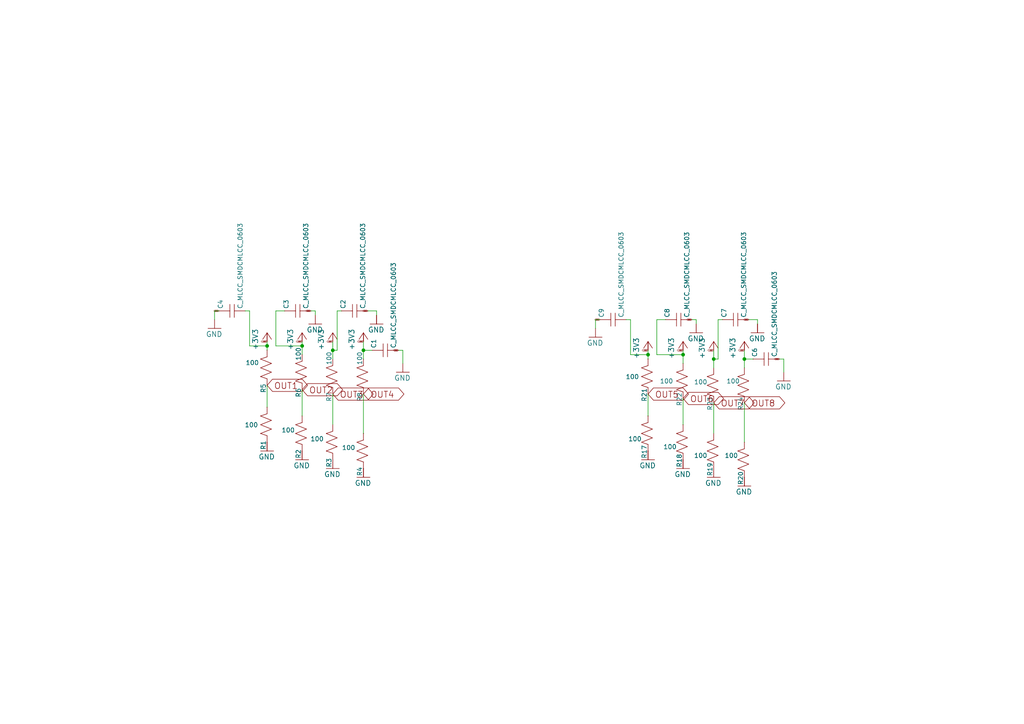
<source format=kicad_sch>
(kicad_sch
	(version 20231120)
	(generator "eeschema")
	(generator_version "8.0")
	(uuid "86d0e65c-e072-46dc-8fd5-30974185f157")
	(paper "A4")
	(lib_symbols
		(symbol "breakout-eagle-import:+3V3"
			(power)
			(pin_names
				(offset 1.016)
			)
			(exclude_from_sim no)
			(in_bom yes)
			(on_board yes)
			(property "Reference" "#+3V3"
				(at 0 0 0)
				(effects
					(font
						(size 1.27 1.27)
					)
					(hide yes)
				)
			)
			(property "Value" "+3V3"
				(at -2.54 -5.08 90)
				(effects
					(font
						(size 1.4986 1.4986)
					)
					(justify left bottom)
				)
			)
			(property "Footprint" ""
				(at 0 0 0)
				(effects
					(font
						(size 1.27 1.27)
					)
					(hide yes)
				)
			)
			(property "Datasheet" ""
				(at 0 0 0)
				(effects
					(font
						(size 1.27 1.27)
					)
					(hide yes)
				)
			)
			(property "Description" ""
				(at 0 0 0)
				(effects
					(font
						(size 1.27 1.27)
					)
					(hide yes)
				)
			)
			(property "ki_locked" ""
				(at 0 0 0)
				(effects
					(font
						(size 1.27 1.27)
					)
				)
			)
			(symbol "+3V3_1_0"
				(polyline
					(pts
						(xy 0 0) (xy -1.27 -1.905)
					)
					(stroke
						(width 0)
						(type solid)
					)
					(fill
						(type none)
					)
				)
				(polyline
					(pts
						(xy 1.27 -1.905) (xy 0 0)
					)
					(stroke
						(width 0)
						(type solid)
					)
					(fill
						(type none)
					)
				)
				(pin power_in line
					(at 0 -2.54 90)
					(length 2.54)
					(name "+3V3"
						(effects
							(font
								(size 0 0)
							)
						)
					)
					(number "1"
						(effects
							(font
								(size 0 0)
							)
						)
					)
				)
			)
		)
		(symbol "breakout-eagle-import:C_MLCC_SMDCMLCC_0603"
			(pin_names
				(offset 1.016)
			)
			(exclude_from_sim no)
			(in_bom yes)
			(on_board yes)
			(property "Reference" "C"
				(at 0.5588 0.0508 0)
				(effects
					(font
						(size 1.2954 1.2954)
					)
					(justify left bottom)
				)
			)
			(property "Value" "C_MLCC_SMDCMLCC_0603"
				(at 0.5588 -4.3688 0)
				(effects
					(font
						(size 1.2954 1.2954)
					)
					(justify left bottom)
				)
			)
			(property "Footprint" ""
				(at 0 0 0)
				(effects
					(font
						(size 1.27 1.27)
					)
					(hide yes)
				)
			)
			(property "Datasheet" ""
				(at 0 0 0)
				(effects
					(font
						(size 1.27 1.27)
					)
					(hide yes)
				)
			)
			(property "Description" ""
				(at 0 0 0)
				(effects
					(font
						(size 1.27 1.27)
					)
					(hide yes)
				)
			)
			(property "ki_locked" ""
				(at 0 0 0)
				(effects
					(font
						(size 1.27 1.27)
					)
				)
			)
			(symbol "C_MLCC_SMDCMLCC_0603_1_0"
				(polyline
					(pts
						(xy -1.905 -1.905) (xy 0 -1.905)
					)
					(stroke
						(width 0)
						(type solid)
					)
					(fill
						(type none)
					)
				)
				(polyline
					(pts
						(xy 0 -1.905) (xy 0 -5.08)
					)
					(stroke
						(width 0)
						(type solid)
					)
					(fill
						(type none)
					)
				)
				(polyline
					(pts
						(xy 0 -1.905) (xy 1.905 -1.905)
					)
					(stroke
						(width 0)
						(type solid)
					)
					(fill
						(type none)
					)
				)
				(polyline
					(pts
						(xy 0 -0.635) (xy -1.905 -0.635)
					)
					(stroke
						(width 0)
						(type solid)
					)
					(fill
						(type none)
					)
				)
				(polyline
					(pts
						(xy 0 -0.635) (xy 0 2.54)
					)
					(stroke
						(width 0)
						(type solid)
					)
					(fill
						(type none)
					)
				)
				(polyline
					(pts
						(xy 1.905 -0.635) (xy 0 -0.635)
					)
					(stroke
						(width 0)
						(type solid)
					)
					(fill
						(type none)
					)
				)
				(pin passive line
					(at 0 2.54 270)
					(length 0)
					(name "1"
						(effects
							(font
								(size 0 0)
							)
						)
					)
					(number "P$1"
						(effects
							(font
								(size 0 0)
							)
						)
					)
				)
				(pin passive line
					(at 0 -5.08 90)
					(length 0)
					(name "2"
						(effects
							(font
								(size 0 0)
							)
						)
					)
					(number "P$2"
						(effects
							(font
								(size 0 0)
							)
						)
					)
				)
			)
		)
		(symbol "breakout-eagle-import:GND"
			(power)
			(pin_names
				(offset 1.016)
			)
			(exclude_from_sim no)
			(in_bom yes)
			(on_board yes)
			(property "Reference" "#GND"
				(at 0 0 0)
				(effects
					(font
						(size 1.27 1.27)
					)
					(hide yes)
				)
			)
			(property "Value" "GND"
				(at -2.54 -2.54 0)
				(effects
					(font
						(size 1.4986 1.4986)
					)
					(justify left bottom)
				)
			)
			(property "Footprint" ""
				(at 0 0 0)
				(effects
					(font
						(size 1.27 1.27)
					)
					(hide yes)
				)
			)
			(property "Datasheet" ""
				(at 0 0 0)
				(effects
					(font
						(size 1.27 1.27)
					)
					(hide yes)
				)
			)
			(property "Description" ""
				(at 0 0 0)
				(effects
					(font
						(size 1.27 1.27)
					)
					(hide yes)
				)
			)
			(property "ki_locked" ""
				(at 0 0 0)
				(effects
					(font
						(size 1.27 1.27)
					)
				)
			)
			(symbol "GND_1_0"
				(polyline
					(pts
						(xy -1.905 0) (xy 1.905 0)
					)
					(stroke
						(width 0)
						(type solid)
					)
					(fill
						(type none)
					)
				)
				(pin power_in line
					(at 0 2.54 270)
					(length 2.54)
					(name "GND"
						(effects
							(font
								(size 0 0)
							)
						)
					)
					(number "1"
						(effects
							(font
								(size 0 0)
							)
						)
					)
				)
			)
		)
		(symbol "breakout-eagle-import:R_SMDR0603"
			(pin_names
				(offset 1.016)
			)
			(exclude_from_sim no)
			(in_bom yes)
			(on_board yes)
			(property "Reference" "R"
				(at -7.2898 0.3048 0)
				(effects
					(font
						(size 1.2954 1.2954)
					)
					(justify left bottom)
				)
			)
			(property "Value" "R_SMDR0603"
				(at 3.3274 0.3048 0)
				(effects
					(font
						(size 1.2954 1.2954)
					)
					(justify left bottom)
				)
			)
			(property "Footprint" ""
				(at 0 0 0)
				(effects
					(font
						(size 1.27 1.27)
					)
					(hide yes)
				)
			)
			(property "Datasheet" ""
				(at 0 0 0)
				(effects
					(font
						(size 1.27 1.27)
					)
					(hide yes)
				)
			)
			(property "Description" ""
				(at 0 0 0)
				(effects
					(font
						(size 1.27 1.27)
					)
					(hide yes)
				)
			)
			(property "ki_locked" ""
				(at 0 0 0)
				(effects
					(font
						(size 1.27 1.27)
					)
				)
			)
			(symbol "R_SMDR0603_1_0"
				(polyline
					(pts
						(xy -3.175 0) (xy -5.08 0)
					)
					(stroke
						(width 0)
						(type solid)
					)
					(fill
						(type none)
					)
				)
				(polyline
					(pts
						(xy -2.54 1.905) (xy -3.175 0)
					)
					(stroke
						(width 0)
						(type solid)
					)
					(fill
						(type none)
					)
				)
				(polyline
					(pts
						(xy -2.54 1.905) (xy -1.27 -1.27)
					)
					(stroke
						(width 0)
						(type solid)
					)
					(fill
						(type none)
					)
				)
				(polyline
					(pts
						(xy -1.27 -1.27) (xy 0 1.905)
					)
					(stroke
						(width 0)
						(type solid)
					)
					(fill
						(type none)
					)
				)
				(polyline
					(pts
						(xy 0 1.905) (xy 1.27 -1.27)
					)
					(stroke
						(width 0)
						(type solid)
					)
					(fill
						(type none)
					)
				)
				(polyline
					(pts
						(xy 1.27 -1.27) (xy 2.54 1.905)
					)
					(stroke
						(width 0)
						(type solid)
					)
					(fill
						(type none)
					)
				)
				(polyline
					(pts
						(xy 2.54 1.905) (xy 3.175 0)
					)
					(stroke
						(width 0)
						(type solid)
					)
					(fill
						(type none)
					)
				)
				(polyline
					(pts
						(xy 3.175 0) (xy 5.08 0)
					)
					(stroke
						(width 0)
						(type solid)
					)
					(fill
						(type none)
					)
				)
				(pin passive line
					(at -5.08 0 0)
					(length 0)
					(name "1"
						(effects
							(font
								(size 0 0)
							)
						)
					)
					(number "P$1"
						(effects
							(font
								(size 0 0)
							)
						)
					)
				)
				(pin passive line
					(at 5.08 0 180)
					(length 0)
					(name "2"
						(effects
							(font
								(size 0 0)
							)
						)
					)
					(number "P$2"
						(effects
							(font
								(size 0 0)
							)
						)
					)
				)
			)
		)
	)
	(junction
		(at 105.41 101.6)
		(diameter 0)
		(color 0 0 0 0)
		(uuid "02a90eac-7efd-4921-b483-d26af06caeb4")
	)
	(junction
		(at 215.9 104.14)
		(diameter 0)
		(color 0 0 0 0)
		(uuid "2cbad32e-3d7c-4840-bff5-973f8f8143a7")
	)
	(junction
		(at 96.52 101.6)
		(diameter 0)
		(color 0 0 0 0)
		(uuid "3366ec95-a29a-4462-84af-efd335cd5215")
	)
	(junction
		(at 207.01 104.14)
		(diameter 0)
		(color 0 0 0 0)
		(uuid "641e1f50-f4bb-489b-bd30-15e2ce1b1a0c")
	)
	(junction
		(at 77.47 100.33)
		(diameter 0)
		(color 0 0 0 0)
		(uuid "ace599fa-54a7-467a-af46-ee822538536a")
	)
	(junction
		(at 198.12 102.87)
		(diameter 0)
		(color 0 0 0 0)
		(uuid "b8981ecf-d39b-4199-a266-3d4f651d3477")
	)
	(junction
		(at 87.63 100.33)
		(diameter 0)
		(color 0 0 0 0)
		(uuid "dfc463ed-5b81-4209-a972-61baa5d45757")
	)
	(junction
		(at 187.96 102.87)
		(diameter 0)
		(color 0 0 0 0)
		(uuid "e5a0389c-0ce5-4807-a964-85f8785a052b")
	)
	(wire
		(pts
			(xy 218.44 104.14) (xy 215.9 104.14)
		)
		(stroke
			(width 0)
			(type default)
		)
		(uuid "01066a05-3559-4d27-8cd4-da403a6cd137")
	)
	(wire
		(pts
			(xy 215.9 101.6) (xy 215.9 104.14)
		)
		(stroke
			(width 0)
			(type default)
		)
		(uuid "0570258d-db31-4f53-a026-21acdfa70fba")
	)
	(wire
		(pts
			(xy 87.63 120.65) (xy 87.63 113.03)
		)
		(stroke
			(width 0)
			(type default)
		)
		(uuid "05c829f2-b487-494d-8a84-e8107bd72e43")
	)
	(wire
		(pts
			(xy 198.12 101.6) (xy 198.12 102.87)
		)
		(stroke
			(width 0)
			(type default)
		)
		(uuid "16ddec74-fdf9-47f6-b794-84cb6de70f6d")
	)
	(wire
		(pts
			(xy 87.63 100.33) (xy 80.01 100.33)
		)
		(stroke
			(width 0)
			(type default)
		)
		(uuid "1ca6db31-727a-4dc9-a8af-219a6dd98392")
	)
	(wire
		(pts
			(xy 91.44 90.17) (xy 91.44 91.44)
		)
		(stroke
			(width 0)
			(type default)
		)
		(uuid "1f7abd75-374d-468e-ba4a-1c840e04f890")
	)
	(wire
		(pts
			(xy 105.41 125.73) (xy 105.41 114.3)
		)
		(stroke
			(width 0)
			(type default)
		)
		(uuid "26879fa0-f707-4d38-9127-fc84783f485c")
	)
	(wire
		(pts
			(xy 173.99 92.71) (xy 172.72 92.71)
		)
		(stroke
			(width 0)
			(type default)
		)
		(uuid "2ca2d3f7-12ca-41f4-a96d-99151a216b8c")
	)
	(wire
		(pts
			(xy 219.71 92.71) (xy 219.71 93.98)
		)
		(stroke
			(width 0)
			(type default)
		)
		(uuid "2df1322e-fc8f-415a-a3d9-13ff9644e03a")
	)
	(wire
		(pts
			(xy 227.33 104.14) (xy 227.33 107.95)
		)
		(stroke
			(width 0)
			(type default)
		)
		(uuid "3124d312-5a36-4062-bd7f-0c98dda29526")
	)
	(wire
		(pts
			(xy 99.06 90.17) (xy 97.79 90.17)
		)
		(stroke
			(width 0)
			(type default)
		)
		(uuid "35cd4274-4fba-4258-b44d-5d022ce57aa3")
	)
	(wire
		(pts
			(xy 107.95 101.6) (xy 105.41 101.6)
		)
		(stroke
			(width 0)
			(type default)
		)
		(uuid "37b5cf66-fee0-4fa4-8081-add7e4089a2b")
	)
	(wire
		(pts
			(xy 207.01 104.14) (xy 207.01 106.68)
		)
		(stroke
			(width 0)
			(type default)
		)
		(uuid "3da46bec-40bf-44cc-a7be-675b3ac20b69")
	)
	(wire
		(pts
			(xy 77.47 111.76) (xy 77.47 118.11)
		)
		(stroke
			(width 0)
			(type default)
		)
		(uuid "3e86ffe6-08e2-4503-a29d-685320e7a112")
	)
	(wire
		(pts
			(xy 187.96 102.87) (xy 187.96 104.14)
		)
		(stroke
			(width 0)
			(type default)
		)
		(uuid "409db1b4-451e-4d42-8b5c-9cee5ce39596")
	)
	(wire
		(pts
			(xy 80.01 90.17) (xy 82.55 90.17)
		)
		(stroke
			(width 0)
			(type default)
		)
		(uuid "446e65de-dfcc-4d5e-b612-eb0c5d8039f6")
	)
	(wire
		(pts
			(xy 198.12 102.87) (xy 198.12 105.41)
		)
		(stroke
			(width 0)
			(type default)
		)
		(uuid "462851af-8003-469e-ad82-da5898c8fd30")
	)
	(wire
		(pts
			(xy 77.47 99.06) (xy 77.47 100.33)
		)
		(stroke
			(width 0)
			(type default)
		)
		(uuid "46eb6f52-7819-45cd-8274-d98b0ac0bb74")
	)
	(wire
		(pts
			(xy 87.63 100.33) (xy 87.63 102.87)
		)
		(stroke
			(width 0)
			(type default)
		)
		(uuid "47519758-17a0-4aea-bc76-93c3b2925c20")
	)
	(wire
		(pts
			(xy 87.63 99.06) (xy 87.63 100.33)
		)
		(stroke
			(width 0)
			(type default)
		)
		(uuid "49686b83-eace-4f78-9635-e198a1b17423")
	)
	(wire
		(pts
			(xy 187.96 102.87) (xy 182.88 102.87)
		)
		(stroke
			(width 0)
			(type default)
		)
		(uuid "5294bc7d-5b32-4b8a-b1cc-bf2fdd1f37e5")
	)
	(wire
		(pts
			(xy 198.12 102.87) (xy 190.5 102.87)
		)
		(stroke
			(width 0)
			(type default)
		)
		(uuid "54be5ded-8ced-4e9a-8164-210552e1e555")
	)
	(wire
		(pts
			(xy 62.23 90.17) (xy 62.23 92.71)
		)
		(stroke
			(width 0)
			(type default)
		)
		(uuid "56d6de3c-1fbf-4138-bd17-1f903bf4315b")
	)
	(wire
		(pts
			(xy 190.5 92.71) (xy 193.04 92.71)
		)
		(stroke
			(width 0)
			(type default)
		)
		(uuid "573e9e09-4bc2-4084-9a5f-3024a1fd296e")
	)
	(wire
		(pts
			(xy 172.72 92.71) (xy 172.72 95.25)
		)
		(stroke
			(width 0)
			(type default)
		)
		(uuid "5c1b6fd3-ef92-4927-8807-7226993b1b73")
	)
	(wire
		(pts
			(xy 115.57 101.6) (xy 116.84 101.6)
		)
		(stroke
			(width 0)
			(type default)
		)
		(uuid "5c6af7a8-2204-4463-8f4d-b1070238c647")
	)
	(wire
		(pts
			(xy 80.01 100.33) (xy 80.01 90.17)
		)
		(stroke
			(width 0)
			(type default)
		)
		(uuid "766fe431-9e23-4ca0-99fe-176c39b47d61")
	)
	(wire
		(pts
			(xy 207.01 125.73) (xy 207.01 116.84)
		)
		(stroke
			(width 0)
			(type default)
		)
		(uuid "7bbe44c0-1dc3-4e37-add8-1a7bdf20889a")
	)
	(wire
		(pts
			(xy 77.47 100.33) (xy 77.47 101.6)
		)
		(stroke
			(width 0)
			(type default)
		)
		(uuid "7c746f19-8035-4ebd-a47f-f7fdb3f53ce0")
	)
	(wire
		(pts
			(xy 198.12 123.19) (xy 198.12 115.57)
		)
		(stroke
			(width 0)
			(type default)
		)
		(uuid "7dafc042-1e05-4443-89ec-01e657e9c887")
	)
	(wire
		(pts
			(xy 187.96 114.3) (xy 187.96 120.65)
		)
		(stroke
			(width 0)
			(type default)
		)
		(uuid "85731306-9de2-43a6-b5d3-bb9fe02c94ca")
	)
	(wire
		(pts
			(xy 215.9 104.14) (xy 215.9 106.68)
		)
		(stroke
			(width 0)
			(type default)
		)
		(uuid "88516043-d882-449c-b711-658aac819770")
	)
	(wire
		(pts
			(xy 96.52 123.19) (xy 96.52 114.3)
		)
		(stroke
			(width 0)
			(type default)
		)
		(uuid "895a21d5-b0f1-4767-b12e-122410d4371c")
	)
	(wire
		(pts
			(xy 97.79 90.17) (xy 97.79 101.6)
		)
		(stroke
			(width 0)
			(type default)
		)
		(uuid "8c318e6f-5b87-440c-a0cf-5259722c5ee9")
	)
	(wire
		(pts
			(xy 77.47 100.33) (xy 72.39 100.33)
		)
		(stroke
			(width 0)
			(type default)
		)
		(uuid "90cad1a4-d6d5-4c68-a1e8-09d93f064173")
	)
	(wire
		(pts
			(xy 72.39 90.17) (xy 71.12 90.17)
		)
		(stroke
			(width 0)
			(type default)
		)
		(uuid "9d60ea45-e138-46af-b702-adcd8767372e")
	)
	(wire
		(pts
			(xy 106.68 90.17) (xy 109.22 90.17)
		)
		(stroke
			(width 0)
			(type default)
		)
		(uuid "a289c83e-3075-4e04-83d1-6a2c5dfbb629")
	)
	(wire
		(pts
			(xy 72.39 100.33) (xy 72.39 90.17)
		)
		(stroke
			(width 0)
			(type default)
		)
		(uuid "a3c8b062-c442-4893-b0e1-d82efb85aefc")
	)
	(wire
		(pts
			(xy 209.55 92.71) (xy 208.28 92.71)
		)
		(stroke
			(width 0)
			(type default)
		)
		(uuid "a702e5b3-1265-4648-b704-46047d3e06a5")
	)
	(wire
		(pts
			(xy 90.17 90.17) (xy 91.44 90.17)
		)
		(stroke
			(width 0)
			(type default)
		)
		(uuid "a8dfe778-61a1-4520-8481-a3a5fb68f0ed")
	)
	(wire
		(pts
			(xy 109.22 90.17) (xy 109.22 91.44)
		)
		(stroke
			(width 0)
			(type default)
		)
		(uuid "ac65f3f2-b65a-4120-97e2-14cae91580ad")
	)
	(wire
		(pts
			(xy 105.41 99.06) (xy 105.41 101.6)
		)
		(stroke
			(width 0)
			(type default)
		)
		(uuid "ad81dab3-4fb4-4c7e-a7b2-15db2385af7c")
	)
	(wire
		(pts
			(xy 207.01 101.6) (xy 207.01 104.14)
		)
		(stroke
			(width 0)
			(type default)
		)
		(uuid "b49b5576-157e-4154-b03f-64402b4e0e40")
	)
	(wire
		(pts
			(xy 116.84 101.6) (xy 116.84 105.41)
		)
		(stroke
			(width 0)
			(type default)
		)
		(uuid "b4a82966-2d3e-46bd-9756-de690a4fd48d")
	)
	(wire
		(pts
			(xy 187.96 101.6) (xy 187.96 102.87)
		)
		(stroke
			(width 0)
			(type default)
		)
		(uuid "bbb7608e-624d-4cde-be33-4d8e043c3a9f")
	)
	(wire
		(pts
			(xy 105.41 101.6) (xy 105.41 104.14)
		)
		(stroke
			(width 0)
			(type default)
		)
		(uuid "bf29b6b6-c66e-405b-a01e-ca60feaf90d7")
	)
	(wire
		(pts
			(xy 200.66 92.71) (xy 201.93 92.71)
		)
		(stroke
			(width 0)
			(type default)
		)
		(uuid "c239aa1e-a7bf-49d2-8a45-2fe0441a82c8")
	)
	(wire
		(pts
			(xy 217.17 92.71) (xy 219.71 92.71)
		)
		(stroke
			(width 0)
			(type default)
		)
		(uuid "ce9c3265-4e64-4a81-a7c7-8e29f877de75")
	)
	(wire
		(pts
			(xy 207.01 104.14) (xy 208.28 104.14)
		)
		(stroke
			(width 0)
			(type default)
		)
		(uuid "cf6f7fd0-70d4-4e05-bd87-07e186143151")
	)
	(wire
		(pts
			(xy 182.88 92.71) (xy 181.61 92.71)
		)
		(stroke
			(width 0)
			(type default)
		)
		(uuid "cf81e886-abef-43a4-8ed7-d30168f6c09a")
	)
	(wire
		(pts
			(xy 96.52 101.6) (xy 96.52 104.14)
		)
		(stroke
			(width 0)
			(type default)
		)
		(uuid "d31a8c9b-feb4-49cc-8c43-586d74f4e22e")
	)
	(wire
		(pts
			(xy 208.28 92.71) (xy 208.28 104.14)
		)
		(stroke
			(width 0)
			(type default)
		)
		(uuid "d441e438-982f-42bd-b0a7-6262600f95a2")
	)
	(wire
		(pts
			(xy 63.5 90.17) (xy 62.23 90.17)
		)
		(stroke
			(width 0)
			(type default)
		)
		(uuid "d4d98436-d766-4fec-90c3-057ec071c863")
	)
	(wire
		(pts
			(xy 182.88 102.87) (xy 182.88 92.71)
		)
		(stroke
			(width 0)
			(type default)
		)
		(uuid "d71c087d-8950-4dac-a772-6c2a3627b7a7")
	)
	(wire
		(pts
			(xy 215.9 128.27) (xy 215.9 116.84)
		)
		(stroke
			(width 0)
			(type default)
		)
		(uuid "e0ee0a01-8f00-40f3-a84c-b4052fc72685")
	)
	(wire
		(pts
			(xy 96.52 101.6) (xy 97.79 101.6)
		)
		(stroke
			(width 0)
			(type default)
		)
		(uuid "ebd49f2a-005c-40eb-b4c2-e47a1107d0fc")
	)
	(wire
		(pts
			(xy 226.06 104.14) (xy 227.33 104.14)
		)
		(stroke
			(width 0)
			(type default)
		)
		(uuid "f09ea4e7-a985-47e4-94a9-9dbd8a293d0a")
	)
	(wire
		(pts
			(xy 190.5 102.87) (xy 190.5 92.71)
		)
		(stroke
			(width 0)
			(type default)
		)
		(uuid "f47c0eb6-5aaf-4430-b484-77ed23ca533e")
	)
	(wire
		(pts
			(xy 96.52 99.06) (xy 96.52 101.6)
		)
		(stroke
			(width 0)
			(type default)
		)
		(uuid "fa6c2fc2-d878-412a-8656-b72b127985e5")
	)
	(wire
		(pts
			(xy 201.93 92.71) (xy 201.93 93.98)
		)
		(stroke
			(width 0)
			(type default)
		)
		(uuid "ff84c6fc-14ef-4506-bf93-1c8e5f4cb854")
	)
	(global_label "+3V3"
		(shape bidirectional)
		(at 96.52 99.06 180)
		(effects
			(font
				(size 0.254 0.254)
			)
			(justify right)
		)
		(uuid "12b47910-8ca5-450f-9892-2d2f2ac367e9")
		(property "Intersheetrefs" "${INTERSHEET_REFS}"
			(at 96.52 99.06 0)
			(effects
				(font
					(size 1.27 1.27)
				)
				(hide yes)
			)
		)
	)
	(global_label "+3V3"
		(shape bidirectional)
		(at 77.47 99.06 180)
		(effects
			(font
				(size 0.254 0.254)
			)
			(justify right)
		)
		(uuid "1a89afcf-e19e-465f-82de-7b8b972c8cdb")
		(property "Intersheetrefs" "${INTERSHEET_REFS}"
			(at 77.47 99.06 0)
			(effects
				(font
					(size 1.27 1.27)
				)
				(hide yes)
			)
		)
	)
	(global_label "GND"
		(shape bidirectional)
		(at 226.06 104.14 180)
		(effects
			(font
				(size 0.254 0.254)
			)
			(justify right)
		)
		(uuid "1dd21105-4af2-41c0-af7c-f4e9670b7fc6")
		(property "Intersheetrefs" "${INTERSHEET_REFS}"
			(at 226.06 104.14 0)
			(effects
				(font
					(size 1.27 1.27)
				)
				(hide yes)
			)
		)
	)
	(global_label "+3V3"
		(shape bidirectional)
		(at 198.12 101.6 180)
		(effects
			(font
				(size 0.254 0.254)
			)
			(justify right)
		)
		(uuid "332d5b3d-4872-43fd-99cd-8da3c1e3565d")
		(property "Intersheetrefs" "${INTERSHEET_REFS}"
			(at 198.12 101.6 0)
			(effects
				(font
					(size 1.27 1.27)
				)
				(hide yes)
			)
		)
	)
	(global_label "GND"
		(shape bidirectional)
		(at 115.57 101.6 180)
		(effects
			(font
				(size 0.254 0.254)
			)
			(justify right)
		)
		(uuid "462e7993-40ef-49e1-b8ca-d6a95d840c67")
		(property "Intersheetrefs" "${INTERSHEET_REFS}"
			(at 115.57 101.6 0)
			(effects
				(font
					(size 1.27 1.27)
				)
				(hide yes)
			)
		)
	)
	(global_label "+3V3"
		(shape bidirectional)
		(at 215.9 101.6 180)
		(effects
			(font
				(size 0.254 0.254)
			)
			(justify right)
		)
		(uuid "6e9a9348-8926-403b-a97f-9ec5f71e918f")
		(property "Intersheetrefs" "${INTERSHEET_REFS}"
			(at 215.9 101.6 0)
			(effects
				(font
					(size 1.27 1.27)
				)
				(hide yes)
			)
		)
	)
	(global_label "+3V3"
		(shape bidirectional)
		(at 87.63 99.06 180)
		(effects
			(font
				(size 0.254 0.254)
			)
			(justify right)
		)
		(uuid "791871ac-9b0d-4f83-91b5-6003def2bb62")
		(property "Intersheetrefs" "${INTERSHEET_REFS}"
			(at 87.63 99.06 0)
			(effects
				(font
					(size 1.27 1.27)
				)
				(hide yes)
			)
		)
	)
	(global_label "OUT4"
		(shape bidirectional)
		(at 105.41 114.3 0)
		(effects
			(font
				(size 1.778 1.778)
			)
			(justify left)
		)
		(uuid "7f7d7c3d-dac4-4460-b0c6-517a87462499")
		(property "Intersheetrefs" "${INTERSHEET_REFS}"
			(at 105.41 114.3 0)
			(effects
				(font
					(size 1.27 1.27)
				)
				(hide yes)
			)
		)
	)
	(global_label "OUT8"
		(shape bidirectional)
		(at 215.9 116.84 0)
		(effects
			(font
				(size 1.778 1.778)
			)
			(justify left)
		)
		(uuid "853fa08d-9b39-42c4-a483-bd8054c171ca")
		(property "Intersheetrefs" "${INTERSHEET_REFS}"
			(at 215.9 116.84 0)
			(effects
				(font
					(size 1.27 1.27)
				)
				(hide yes)
			)
		)
	)
	(global_label "GND"
		(shape bidirectional)
		(at 106.68 90.17 180)
		(effects
			(font
				(size 0.254 0.254)
			)
			(justify right)
		)
		(uuid "8585c68a-70e6-4dc2-ae0e-75df1d011bca")
		(property "Intersheetrefs" "${INTERSHEET_REFS}"
			(at 106.68 90.17 0)
			(effects
				(font
					(size 1.27 1.27)
				)
				(hide yes)
			)
		)
	)
	(global_label "OUT3"
		(shape bidirectional)
		(at 96.52 114.3 0)
		(effects
			(font
				(size 1.778 1.778)
			)
			(justify left)
		)
		(uuid "8de500c2-4474-43db-a09e-14c9f50f60e9")
		(property "Intersheetrefs" "${INTERSHEET_REFS}"
			(at 96.52 114.3 0)
			(effects
				(font
					(size 1.27 1.27)
				)
				(hide yes)
			)
		)
	)
	(global_label "OUT1"
		(shape bidirectional)
		(at 77.47 111.76 0)
		(effects
			(font
				(size 1.778 1.778)
			)
			(justify left)
		)
		(uuid "96064e74-cae6-48d0-bb3a-492db36c36a7")
		(property "Intersheetrefs" "${INTERSHEET_REFS}"
			(at 77.47 111.76 0)
			(effects
				(font
					(size 1.27 1.27)
				)
				(hide yes)
			)
		)
	)
	(global_label "OUT6"
		(shape bidirectional)
		(at 198.12 115.57 0)
		(effects
			(font
				(size 1.778 1.778)
			)
			(justify left)
		)
		(uuid "9cbe3955-3012-47e0-862b-8fb196526148")
		(property "Intersheetrefs" "${INTERSHEET_REFS}"
			(at 198.12 115.57 0)
			(effects
				(font
					(size 1.27 1.27)
				)
				(hide yes)
			)
		)
	)
	(global_label "OUT2"
		(shape bidirectional)
		(at 87.63 113.03 0)
		(effects
			(font
				(size 1.778 1.778)
			)
			(justify left)
		)
		(uuid "a0fe3e5a-2fed-4357-b34c-9a4e27021d38")
		(property "Intersheetrefs" "${INTERSHEET_REFS}"
			(at 87.63 113.03 0)
			(effects
				(font
					(size 1.27 1.27)
				)
				(hide yes)
			)
		)
	)
	(global_label "GND"
		(shape bidirectional)
		(at 217.17 92.71 180)
		(effects
			(font
				(size 0.254 0.254)
			)
			(justify right)
		)
		(uuid "a4a04aa6-82e4-4977-9c94-a25408e82181")
		(property "Intersheetrefs" "${INTERSHEET_REFS}"
			(at 217.17 92.71 0)
			(effects
				(font
					(size 1.27 1.27)
				)
				(hide yes)
			)
		)
	)
	(global_label "GND"
		(shape bidirectional)
		(at 90.17 90.17 180)
		(effects
			(font
				(size 0.254 0.254)
			)
			(justify right)
		)
		(uuid "ab8b6785-dea6-479c-b65a-d44882792369")
		(property "Intersheetrefs" "${INTERSHEET_REFS}"
			(at 90.17 90.17 0)
			(effects
				(font
					(size 1.27 1.27)
				)
				(hide yes)
			)
		)
	)
	(global_label "GND"
		(shape bidirectional)
		(at 200.66 92.71 180)
		(effects
			(font
				(size 0.254 0.254)
			)
			(justify right)
		)
		(uuid "ba66c929-5b09-44e8-b34e-6875aceca858")
		(property "Intersheetrefs" "${INTERSHEET_REFS}"
			(at 200.66 92.71 0)
			(effects
				(font
					(size 1.27 1.27)
				)
				(hide yes)
			)
		)
	)
	(global_label "+3V3"
		(shape bidirectional)
		(at 187.96 101.6 180)
		(effects
			(font
				(size 0.254 0.254)
			)
			(justify right)
		)
		(uuid "cb0c24d2-a8e2-48f8-884b-18a1d621b92c")
		(property "Intersheetrefs" "${INTERSHEET_REFS}"
			(at 187.96 101.6 0)
			(effects
				(font
					(size 1.27 1.27)
				)
				(hide yes)
			)
		)
	)
	(global_label "OUT7"
		(shape bidirectional)
		(at 207.01 116.84 0)
		(effects
			(font
				(size 1.778 1.778)
			)
			(justify left)
		)
		(uuid "d2d44c9e-59c4-4516-ae36-4c142d184d84")
		(property "Intersheetrefs" "${INTERSHEET_REFS}"
			(at 207.01 116.84 0)
			(effects
				(font
					(size 1.27 1.27)
				)
				(hide yes)
			)
		)
	)
	(global_label "OUT5"
		(shape bidirectional)
		(at 187.96 114.3 0)
		(effects
			(font
				(size 1.778 1.778)
			)
			(justify left)
		)
		(uuid "e46b83a2-44ff-4781-8af8-acb582d4eadf")
		(property "Intersheetrefs" "${INTERSHEET_REFS}"
			(at 187.96 114.3 0)
			(effects
				(font
					(size 1.27 1.27)
				)
				(hide yes)
			)
		)
	)
	(global_label "+3V3"
		(shape bidirectional)
		(at 105.41 99.06 180)
		(effects
			(font
				(size 0.254 0.254)
			)
			(justify right)
		)
		(uuid "e5771263-f5ee-4865-88c7-eeff014484b6")
		(property "Intersheetrefs" "${INTERSHEET_REFS}"
			(at 105.41 99.06 0)
			(effects
				(font
					(size 1.27 1.27)
				)
				(hide yes)
			)
		)
	)
	(global_label "GND"
		(shape bidirectional)
		(at 173.99 92.71 180)
		(effects
			(font
				(size 0.254 0.254)
			)
			(justify right)
		)
		(uuid "e944f0ab-4124-4de9-820a-ab6ee662102f")
		(property "Intersheetrefs" "${INTERSHEET_REFS}"
			(at 173.99 92.71 0)
			(effects
				(font
					(size 1.27 1.27)
				)
				(hide yes)
			)
		)
	)
	(global_label "GND"
		(shape bidirectional)
		(at 63.5 90.17 180)
		(effects
			(font
				(size 0.254 0.254)
			)
			(justify right)
		)
		(uuid "f29c71dc-25dd-4942-81c9-62adb5768c31")
		(property "Intersheetrefs" "${INTERSHEET_REFS}"
			(at 63.5 90.17 0)
			(effects
				(font
					(size 1.27 1.27)
				)
				(hide yes)
			)
		)
	)
	(global_label "+3V3"
		(shape bidirectional)
		(at 207.01 101.6 180)
		(effects
			(font
				(size 0.254 0.254)
			)
			(justify right)
		)
		(uuid "f85a9f71-8a50-4b23-a317-4f0e78bb2f96")
		(property "Intersheetrefs" "${INTERSHEET_REFS}"
			(at 207.01 101.6 0)
			(effects
				(font
					(size 1.27 1.27)
				)
				(hide yes)
			)
		)
	)
	(symbol
		(lib_id "breakout-eagle-import:GND")
		(at 62.23 95.25 0)
		(unit 1)
		(exclude_from_sim no)
		(in_bom yes)
		(on_board yes)
		(dnp no)
		(uuid "00000000-0000-0000-0000-00000a5a0ac8")
		(property "Reference" "#GND017"
			(at 62.23 95.25 0)
			(effects
				(font
					(size 1.27 1.27)
				)
				(hide yes)
			)
		)
		(property "Value" "GND"
			(at 59.69 97.79 0)
			(effects
				(font
					(size 1.4986 1.4986)
				)
				(justify left bottom)
			)
		)
		(property "Footprint" ""
			(at 62.23 95.25 0)
			(effects
				(font
					(size 1.27 1.27)
				)
				(hide yes)
			)
		)
		(property "Datasheet" ""
			(at 62.23 95.25 0)
			(effects
				(font
					(size 1.27 1.27)
				)
				(hide yes)
			)
		)
		(property "Description" ""
			(at 62.23 95.25 0)
			(effects
				(font
					(size 1.27 1.27)
				)
				(hide yes)
			)
		)
		(pin "1"
			(uuid "110e7ab9-f729-4762-af80-77c2285d6a51")
		)
		(instances
			(project "breakout"
				(path "/b9e20a7b-deda-43ec-9813-07aa59669251/00000000-0000-0000-0000-0000616deb52"
					(reference "#GND017")
					(unit 1)
				)
				(path "/b9e20a7b-deda-43ec-9813-07aa59669251"
					(reference "#GND17")
					(unit 1)
				)
			)
		)
	)
	(symbol
		(lib_id "breakout-eagle-import:GND")
		(at 116.84 107.95 0)
		(unit 1)
		(exclude_from_sim no)
		(in_bom yes)
		(on_board yes)
		(dnp no)
		(uuid "00000000-0000-0000-0000-0000109f320a")
		(property "Reference" "#GND014"
			(at 116.84 107.95 0)
			(effects
				(font
					(size 1.27 1.27)
				)
				(hide yes)
			)
		)
		(property "Value" "GND"
			(at 114.3 110.49 0)
			(effects
				(font
					(size 1.4986 1.4986)
				)
				(justify left bottom)
			)
		)
		(property "Footprint" ""
			(at 116.84 107.95 0)
			(effects
				(font
					(size 1.27 1.27)
				)
				(hide yes)
			)
		)
		(property "Datasheet" ""
			(at 116.84 107.95 0)
			(effects
				(font
					(size 1.27 1.27)
				)
				(hide yes)
			)
		)
		(property "Description" ""
			(at 116.84 107.95 0)
			(effects
				(font
					(size 1.27 1.27)
				)
				(hide yes)
			)
		)
		(pin "1"
			(uuid "c6ec8664-56cc-4d63-8f95-76a428288139")
		)
		(instances
			(project "breakout"
				(path "/b9e20a7b-deda-43ec-9813-07aa59669251/00000000-0000-0000-0000-0000616deb52"
					(reference "#GND014")
					(unit 1)
				)
				(path "/b9e20a7b-deda-43ec-9813-07aa59669251"
					(reference "#GND14")
					(unit 1)
				)
			)
		)
	)
	(symbol
		(lib_id "breakout-eagle-import:C_MLCC_SMDCMLCC_0603")
		(at 85.09 90.17 90)
		(unit 1)
		(exclude_from_sim no)
		(in_bom yes)
		(on_board yes)
		(dnp no)
		(uuid "00000000-0000-0000-0000-000010d33965")
		(property "Reference" "C3"
			(at 83.7438 89.6112 0)
			(effects
				(font
					(size 1.2954 1.2954)
				)
				(justify left bottom)
			)
		)
		(property "Value" "C_MLCC_SMDCMLCC_0603"
			(at 89.4588 89.6112 0)
			(effects
				(font
					(size 1.2954 1.2954)
				)
				(justify left bottom)
			)
		)
		(property "Footprint" "breakout:C_MLCC_0603"
			(at 85.09 90.17 0)
			(effects
				(font
					(size 1.27 1.27)
				)
				(hide yes)
			)
		)
		(property "Datasheet" ""
			(at 85.09 90.17 0)
			(effects
				(font
					(size 1.27 1.27)
				)
				(hide yes)
			)
		)
		(property "Description" ""
			(at 85.09 90.17 0)
			(effects
				(font
					(size 1.27 1.27)
				)
				(hide yes)
			)
		)
		(pin "P$1"
			(uuid "1f0e0a14-1ed0-4ff3-a2cc-08ba750053af")
		)
		(pin "P$2"
			(uuid "1e840cf9-af88-40c8-a977-7450ed90177e")
		)
		(instances
			(project "breakout"
				(path "/b9e20a7b-deda-43ec-9813-07aa59669251/00000000-0000-0000-0000-0000616deb52"
					(reference "C3")
					(unit 1)
				)
				(path "/b9e20a7b-deda-43ec-9813-07aa59669251"
					(reference "C3")
					(unit 1)
				)
			)
		)
	)
	(symbol
		(lib_id "breakout-eagle-import:GND")
		(at 87.63 133.35 0)
		(unit 1)
		(exclude_from_sim no)
		(in_bom yes)
		(on_board yes)
		(dnp no)
		(uuid "00000000-0000-0000-0000-000019da8d48")
		(property "Reference" "#GND011"
			(at 87.63 133.35 0)
			(effects
				(font
					(size 1.27 1.27)
				)
				(hide yes)
			)
		)
		(property "Value" "GND"
			(at 85.09 135.89 0)
			(effects
				(font
					(size 1.4986 1.4986)
				)
				(justify left bottom)
			)
		)
		(property "Footprint" ""
			(at 87.63 133.35 0)
			(effects
				(font
					(size 1.27 1.27)
				)
				(hide yes)
			)
		)
		(property "Datasheet" ""
			(at 87.63 133.35 0)
			(effects
				(font
					(size 1.27 1.27)
				)
				(hide yes)
			)
		)
		(property "Description" ""
			(at 87.63 133.35 0)
			(effects
				(font
					(size 1.27 1.27)
				)
				(hide yes)
			)
		)
		(pin "1"
			(uuid "1878ac97-a1ea-45e7-9784-310290e0fb06")
		)
		(instances
			(project "breakout"
				(path "/b9e20a7b-deda-43ec-9813-07aa59669251/00000000-0000-0000-0000-0000616deb52"
					(reference "#GND011")
					(unit 1)
				)
				(path "/b9e20a7b-deda-43ec-9813-07aa59669251"
					(reference "#GND11")
					(unit 1)
				)
			)
		)
	)
	(symbol
		(lib_id "breakout-eagle-import:+3V3")
		(at 198.12 99.06 0)
		(unit 1)
		(exclude_from_sim no)
		(in_bom yes)
		(on_board yes)
		(dnp no)
		(uuid "00000000-0000-0000-0000-00001b9f338c")
		(property "Reference" "#+3V08"
			(at 198.12 99.06 0)
			(effects
				(font
					(size 1.27 1.27)
				)
				(hide yes)
			)
		)
		(property "Value" "+3V3"
			(at 195.58 104.14 90)
			(effects
				(font
					(size 1.4986 1.4986)
				)
				(justify left bottom)
			)
		)
		(property "Footprint" ""
			(at 198.12 99.06 0)
			(effects
				(font
					(size 1.27 1.27)
				)
				(hide yes)
			)
		)
		(property "Datasheet" ""
			(at 198.12 99.06 0)
			(effects
				(font
					(size 1.27 1.27)
				)
				(hide yes)
			)
		)
		(property "Description" ""
			(at 198.12 99.06 0)
			(effects
				(font
					(size 1.27 1.27)
				)
				(hide yes)
			)
		)
		(pin "1"
			(uuid "e4302f6d-8af0-4fac-ab3c-78d787795bfa")
		)
		(instances
			(project "breakout"
				(path "/b9e20a7b-deda-43ec-9813-07aa59669251/00000000-0000-0000-0000-0000616deb52"
					(reference "#+3V08")
					(unit 1)
				)
				(path "/b9e20a7b-deda-43ec-9813-07aa59669251"
					(reference "#+3V8")
					(unit 1)
				)
			)
		)
	)
	(symbol
		(lib_id "breakout-eagle-import:R_SMDR0603")
		(at 96.52 128.27 90)
		(unit 1)
		(exclude_from_sim no)
		(in_bom yes)
		(on_board yes)
		(dnp no)
		(uuid "00000000-0000-0000-0000-00001c562e25")
		(property "Reference" "R3"
			(at 96.1898 135.5852 0)
			(effects
				(font
					(size 1.2954 1.2954)
				)
				(justify left bottom)
			)
		)
		(property "Value" "100"
			(at 93.9292 126.5682 90)
			(effects
				(font
					(size 1.2954 1.2954)
				)
				(justify left bottom)
			)
		)
		(property "Footprint" "breakout:R_0603"
			(at 96.52 128.27 0)
			(effects
				(font
					(size 1.27 1.27)
				)
				(hide yes)
			)
		)
		(property "Datasheet" ""
			(at 96.52 128.27 0)
			(effects
				(font
					(size 1.27 1.27)
				)
				(hide yes)
			)
		)
		(property "Description" ""
			(at 96.52 128.27 0)
			(effects
				(font
					(size 1.27 1.27)
				)
				(hide yes)
			)
		)
		(property "PARTNO" "RK73H1JTTD1000F"
			(at 96.52 128.27 90)
			(effects
				(font
					(size 1.2954 1.2954)
				)
				(justify right top)
				(hide yes)
			)
		)
		(pin "P$2"
			(uuid "00afff51-6222-4de1-ad0a-bebe109515c5")
		)
		(pin "P$1"
			(uuid "fcd4b7bf-63f9-41cb-b2b5-f40c5244f58a")
		)
		(instances
			(project "breakout"
				(path "/b9e20a7b-deda-43ec-9813-07aa59669251/00000000-0000-0000-0000-0000616deb52"
					(reference "R3")
					(unit 1)
				)
				(path "/b9e20a7b-deda-43ec-9813-07aa59669251"
					(reference "R3")
					(unit 1)
				)
			)
		)
	)
	(symbol
		(lib_id "breakout-eagle-import:+3V3")
		(at 207.01 99.06 0)
		(unit 1)
		(exclude_from_sim no)
		(in_bom yes)
		(on_board yes)
		(dnp no)
		(uuid "00000000-0000-0000-0000-000021780286")
		(property "Reference" "#+3V09"
			(at 207.01 99.06 0)
			(effects
				(font
					(size 1.27 1.27)
				)
				(hide yes)
			)
		)
		(property "Value" "+3V3"
			(at 204.47 104.14 90)
			(effects
				(font
					(size 1.4986 1.4986)
				)
				(justify left bottom)
			)
		)
		(property "Footprint" ""
			(at 207.01 99.06 0)
			(effects
				(font
					(size 1.27 1.27)
				)
				(hide yes)
			)
		)
		(property "Datasheet" ""
			(at 207.01 99.06 0)
			(effects
				(font
					(size 1.27 1.27)
				)
				(hide yes)
			)
		)
		(property "Description" ""
			(at 207.01 99.06 0)
			(effects
				(font
					(size 1.27 1.27)
				)
				(hide yes)
			)
		)
		(pin "1"
			(uuid "a47a3794-a4c9-423a-9277-71680eccc97e")
		)
		(instances
			(project "breakout"
				(path "/b9e20a7b-deda-43ec-9813-07aa59669251/00000000-0000-0000-0000-0000616deb52"
					(reference "#+3V09")
					(unit 1)
				)
				(path "/b9e20a7b-deda-43ec-9813-07aa59669251"
					(reference "#+3V9")
					(unit 1)
				)
			)
		)
	)
	(symbol
		(lib_id "breakout-eagle-import:R_SMDR0603")
		(at 207.01 111.76 90)
		(unit 1)
		(exclude_from_sim no)
		(in_bom yes)
		(on_board yes)
		(dnp no)
		(uuid "00000000-0000-0000-0000-00002271b76b")
		(property "Reference" "R23"
			(at 206.6798 119.0752 0)
			(effects
				(font
					(size 1.2954 1.2954)
				)
				(justify left bottom)
			)
		)
		(property "Value" "100"
			(at 205.1812 110.0582 90)
			(effects
				(font
					(size 1.2954 1.2954)
				)
				(justify left bottom)
			)
		)
		(property "Footprint" "breakout:R_0603"
			(at 207.01 111.76 0)
			(effects
				(font
					(size 1.27 1.27)
				)
				(hide yes)
			)
		)
		(property "Datasheet" ""
			(at 207.01 111.76 0)
			(effects
				(font
					(size 1.27 1.27)
				)
				(hide yes)
			)
		)
		(property "Description" ""
			(at 207.01 111.76 0)
			(effects
				(font
					(size 1.27 1.27)
				)
				(hide yes)
			)
		)
		(property "PARTNO" "RK73H1JTTD1000F"
			(at 207.01 111.76 90)
			(effects
				(font
					(size 1.2954 1.2954)
				)
				(justify right top)
				(hide yes)
			)
		)
		(pin "P$1"
			(uuid "12dd1067-8cd7-4a34-ad07-7e7c45adcccc")
		)
		(pin "P$2"
			(uuid "7aa5e1f8-d39f-469a-9b03-522b9eccba2d")
		)
		(instances
			(project "breakout"
				(path "/b9e20a7b-deda-43ec-9813-07aa59669251/00000000-0000-0000-0000-0000616deb52"
					(reference "R23")
					(unit 1)
				)
				(path "/b9e20a7b-deda-43ec-9813-07aa59669251"
					(reference "R23")
					(unit 1)
				)
			)
		)
	)
	(symbol
		(lib_id "breakout-eagle-import:GND")
		(at 109.22 93.98 0)
		(unit 1)
		(exclude_from_sim no)
		(in_bom yes)
		(on_board yes)
		(dnp no)
		(uuid "00000000-0000-0000-0000-0000257b06b4")
		(property "Reference" "#GND015"
			(at 109.22 93.98 0)
			(effects
				(font
					(size 1.27 1.27)
				)
				(hide yes)
			)
		)
		(property "Value" "GND"
			(at 106.68 96.52 0)
			(effects
				(font
					(size 1.4986 1.4986)
				)
				(justify left bottom)
			)
		)
		(property "Footprint" ""
			(at 109.22 93.98 0)
			(effects
				(font
					(size 1.27 1.27)
				)
				(hide yes)
			)
		)
		(property "Datasheet" ""
			(at 109.22 93.98 0)
			(effects
				(font
					(size 1.27 1.27)
				)
				(hide yes)
			)
		)
		(property "Description" ""
			(at 109.22 93.98 0)
			(effects
				(font
					(size 1.27 1.27)
				)
				(hide yes)
			)
		)
		(pin "1"
			(uuid "f4c3279a-b20d-4758-8840-9121166dbfb0")
		)
		(instances
			(project "breakout"
				(path "/b9e20a7b-deda-43ec-9813-07aa59669251/00000000-0000-0000-0000-0000616deb52"
					(reference "#GND015")
					(unit 1)
				)
				(path "/b9e20a7b-deda-43ec-9813-07aa59669251"
					(reference "#GND15")
					(unit 1)
				)
			)
		)
	)
	(symbol
		(lib_id "breakout-eagle-import:GND")
		(at 215.9 140.97 0)
		(unit 1)
		(exclude_from_sim no)
		(in_bom yes)
		(on_board yes)
		(dnp no)
		(uuid "00000000-0000-0000-0000-00002df12463")
		(property "Reference" "#GND020"
			(at 215.9 140.97 0)
			(effects
				(font
					(size 1.27 1.27)
				)
				(hide yes)
			)
		)
		(property "Value" "GND"
			(at 213.36 143.51 0)
			(effects
				(font
					(size 1.4986 1.4986)
				)
				(justify left bottom)
			)
		)
		(property "Footprint" ""
			(at 215.9 140.97 0)
			(effects
				(font
					(size 1.27 1.27)
				)
				(hide yes)
			)
		)
		(property "Datasheet" ""
			(at 215.9 140.97 0)
			(effects
				(font
					(size 1.27 1.27)
				)
				(hide yes)
			)
		)
		(property "Description" ""
			(at 215.9 140.97 0)
			(effects
				(font
					(size 1.27 1.27)
				)
				(hide yes)
			)
		)
		(pin "1"
			(uuid "57d3d050-4672-47ca-a6d7-50bba20740b3")
		)
		(instances
			(project "breakout"
				(path "/b9e20a7b-deda-43ec-9813-07aa59669251/00000000-0000-0000-0000-0000616deb52"
					(reference "#GND020")
					(unit 1)
				)
				(path "/b9e20a7b-deda-43ec-9813-07aa59669251"
					(reference "#GND20")
					(unit 1)
				)
			)
		)
	)
	(symbol
		(lib_id "breakout-eagle-import:GND")
		(at 219.71 96.52 0)
		(unit 1)
		(exclude_from_sim no)
		(in_bom yes)
		(on_board yes)
		(dnp no)
		(uuid "00000000-0000-0000-0000-00002ee633c3")
		(property "Reference" "#GND025"
			(at 219.71 96.52 0)
			(effects
				(font
					(size 1.27 1.27)
				)
				(hide yes)
			)
		)
		(property "Value" "GND"
			(at 217.17 99.06 0)
			(effects
				(font
					(size 1.4986 1.4986)
				)
				(justify left bottom)
			)
		)
		(property "Footprint" ""
			(at 219.71 96.52 0)
			(effects
				(font
					(size 1.27 1.27)
				)
				(hide yes)
			)
		)
		(property "Datasheet" ""
			(at 219.71 96.52 0)
			(effects
				(font
					(size 1.27 1.27)
				)
				(hide yes)
			)
		)
		(property "Description" ""
			(at 219.71 96.52 0)
			(effects
				(font
					(size 1.27 1.27)
				)
				(hide yes)
			)
		)
		(pin "1"
			(uuid "48f7b08c-6212-40a3-baff-8103722469e6")
		)
		(instances
			(project "breakout"
				(path "/b9e20a7b-deda-43ec-9813-07aa59669251/00000000-0000-0000-0000-0000616deb52"
					(reference "#GND025")
					(unit 1)
				)
				(path "/b9e20a7b-deda-43ec-9813-07aa59669251"
					(reference "#GND25")
					(unit 1)
				)
			)
		)
	)
	(symbol
		(lib_id "breakout-eagle-import:C_MLCC_SMDCMLCC_0603")
		(at 66.04 90.17 90)
		(unit 1)
		(exclude_from_sim no)
		(in_bom yes)
		(on_board yes)
		(dnp no)
		(uuid "00000000-0000-0000-0000-0000327b8adf")
		(property "Reference" "C4"
			(at 64.6938 89.6112 0)
			(effects
				(font
					(size 1.2954 1.2954)
				)
				(justify left bottom)
			)
		)
		(property "Value" "C_MLCC_SMDCMLCC_0603"
			(at 70.4088 89.6112 0)
			(effects
				(font
					(size 1.2954 1.2954)
				)
				(justify left bottom)
			)
		)
		(property "Footprint" "breakout:C_MLCC_0603"
			(at 66.04 90.17 0)
			(effects
				(font
					(size 1.27 1.27)
				)
				(hide yes)
			)
		)
		(property "Datasheet" ""
			(at 66.04 90.17 0)
			(effects
				(font
					(size 1.27 1.27)
				)
				(hide yes)
			)
		)
		(property "Description" ""
			(at 66.04 90.17 0)
			(effects
				(font
					(size 1.27 1.27)
				)
				(hide yes)
			)
		)
		(pin "P$1"
			(uuid "88954bf2-6bb5-4c86-9eca-4e421733d0b8")
		)
		(pin "P$2"
			(uuid "51189038-ddb4-4a47-9801-a3977e40dc9b")
		)
		(instances
			(project "breakout"
				(path "/b9e20a7b-deda-43ec-9813-07aa59669251/00000000-0000-0000-0000-0000616deb52"
					(reference "C4")
					(unit 1)
				)
				(path "/b9e20a7b-deda-43ec-9813-07aa59669251"
					(reference "C4")
					(unit 1)
				)
			)
		)
	)
	(symbol
		(lib_id "breakout-eagle-import:+3V3")
		(at 87.63 96.52 0)
		(unit 1)
		(exclude_from_sim no)
		(in_bom yes)
		(on_board yes)
		(dnp no)
		(uuid "00000000-0000-0000-0000-000037d36547")
		(property "Reference" "#+3V02"
			(at 87.63 96.52 0)
			(effects
				(font
					(size 1.27 1.27)
				)
				(hide yes)
			)
		)
		(property "Value" "+3V3"
			(at 85.09 101.6 90)
			(effects
				(font
					(size 1.4986 1.4986)
				)
				(justify left bottom)
			)
		)
		(property "Footprint" ""
			(at 87.63 96.52 0)
			(effects
				(font
					(size 1.27 1.27)
				)
				(hide yes)
			)
		)
		(property "Datasheet" ""
			(at 87.63 96.52 0)
			(effects
				(font
					(size 1.27 1.27)
				)
				(hide yes)
			)
		)
		(property "Description" ""
			(at 87.63 96.52 0)
			(effects
				(font
					(size 1.27 1.27)
				)
				(hide yes)
			)
		)
		(pin "1"
			(uuid "d6236725-2913-45aa-b36a-c99f63fd2e9a")
		)
		(instances
			(project "breakout"
				(path "/b9e20a7b-deda-43ec-9813-07aa59669251/00000000-0000-0000-0000-0000616deb52"
					(reference "#+3V02")
					(unit 1)
				)
				(path "/b9e20a7b-deda-43ec-9813-07aa59669251"
					(reference "#+3V2")
					(unit 1)
				)
			)
		)
	)
	(symbol
		(lib_id "breakout-eagle-import:C_MLCC_SMDCMLCC_0603")
		(at 110.49 101.6 90)
		(unit 1)
		(exclude_from_sim no)
		(in_bom yes)
		(on_board yes)
		(dnp no)
		(uuid "00000000-0000-0000-0000-00003bb99fbe")
		(property "Reference" "C1"
			(at 109.1438 101.0412 0)
			(effects
				(font
					(size 1.2954 1.2954)
				)
				(justify left bottom)
			)
		)
		(property "Value" "C_MLCC_SMDCMLCC_0603"
			(at 114.8588 101.0412 0)
			(effects
				(font
					(size 1.2954 1.2954)
				)
				(justify left bottom)
			)
		)
		(property "Footprint" "breakout:C_MLCC_0603"
			(at 110.49 101.6 0)
			(effects
				(font
					(size 1.27 1.27)
				)
				(hide yes)
			)
		)
		(property "Datasheet" ""
			(at 110.49 101.6 0)
			(effects
				(font
					(size 1.27 1.27)
				)
				(hide yes)
			)
		)
		(property "Description" ""
			(at 110.49 101.6 0)
			(effects
				(font
					(size 1.27 1.27)
				)
				(hide yes)
			)
		)
		(pin "P$2"
			(uuid "196e17c0-aec8-450c-bdca-1b1ff16dbb7b")
		)
		(pin "P$1"
			(uuid "63c1d1d8-70e3-49af-b733-238da5b5dfd6")
		)
		(instances
			(project "breakout"
				(path "/b9e20a7b-deda-43ec-9813-07aa59669251/00000000-0000-0000-0000-0000616deb52"
					(reference "C1")
					(unit 1)
				)
				(path "/b9e20a7b-deda-43ec-9813-07aa59669251"
					(reference "C1")
					(unit 1)
				)
			)
		)
	)
	(symbol
		(lib_id "breakout-eagle-import:R_SMDR0603")
		(at 77.47 106.68 90)
		(unit 1)
		(exclude_from_sim no)
		(in_bom yes)
		(on_board yes)
		(dnp no)
		(uuid "00000000-0000-0000-0000-00003d30c464")
		(property "Reference" "R5"
			(at 77.1398 113.9952 0)
			(effects
				(font
					(size 1.2954 1.2954)
				)
				(justify left bottom)
			)
		)
		(property "Value" "100"
			(at 75.1332 104.4702 90)
			(effects
				(font
					(size 1.2954 1.2954)
				)
				(justify left bottom)
			)
		)
		(property "Footprint" "breakout:R_0603"
			(at 77.47 106.68 0)
			(effects
				(font
					(size 1.27 1.27)
				)
				(hide yes)
			)
		)
		(property "Datasheet" ""
			(at 77.47 106.68 0)
			(effects
				(font
					(size 1.27 1.27)
				)
				(hide yes)
			)
		)
		(property "Description" ""
			(at 77.47 106.68 0)
			(effects
				(font
					(size 1.27 1.27)
				)
				(hide yes)
			)
		)
		(property "PARTNO" "RK73H1JTTD1000F"
			(at 77.47 106.68 90)
			(effects
				(font
					(size 1.2954 1.2954)
				)
				(justify right top)
				(hide yes)
			)
		)
		(pin "P$2"
			(uuid "4455af2a-0ff5-47bd-b599-9e24e8070505")
		)
		(pin "P$1"
			(uuid "5bc6fdcb-2256-4b56-ab06-21a95eb758fe")
		)
		(instances
			(project "breakout"
				(path "/b9e20a7b-deda-43ec-9813-07aa59669251/00000000-0000-0000-0000-0000616deb52"
					(reference "R5")
					(unit 1)
				)
				(path "/b9e20a7b-deda-43ec-9813-07aa59669251"
					(reference "R5")
					(unit 1)
				)
			)
		)
	)
	(symbol
		(lib_id "breakout-eagle-import:C_MLCC_SMDCMLCC_0603")
		(at 176.53 92.71 90)
		(unit 1)
		(exclude_from_sim no)
		(in_bom yes)
		(on_board yes)
		(dnp no)
		(uuid "00000000-0000-0000-0000-00003dde4ffc")
		(property "Reference" "C9"
			(at 175.1838 92.1512 0)
			(effects
				(font
					(size 1.2954 1.2954)
				)
				(justify left bottom)
			)
		)
		(property "Value" "C_MLCC_SMDCMLCC_0603"
			(at 180.8988 92.1512 0)
			(effects
				(font
					(size 1.2954 1.2954)
				)
				(justify left bottom)
			)
		)
		(property "Footprint" "breakout:C_MLCC_0603"
			(at 176.53 92.71 0)
			(effects
				(font
					(size 1.27 1.27)
				)
				(hide yes)
			)
		)
		(property "Datasheet" ""
			(at 176.53 92.71 0)
			(effects
				(font
					(size 1.27 1.27)
				)
				(hide yes)
			)
		)
		(property "Description" ""
			(at 176.53 92.71 0)
			(effects
				(font
					(size 1.27 1.27)
				)
				(hide yes)
			)
		)
		(pin "P$1"
			(uuid "fc0c6872-5e80-4ede-b9ff-6e2eb342884d")
		)
		(pin "P$2"
			(uuid "f9048e37-77a5-4ec3-9c28-176105b4e5ee")
		)
		(instances
			(project "breakout"
				(path "/b9e20a7b-deda-43ec-9813-07aa59669251/00000000-0000-0000-0000-0000616deb52"
					(reference "C9")
					(unit 1)
				)
				(path "/b9e20a7b-deda-43ec-9813-07aa59669251"
					(reference "C9")
					(unit 1)
				)
			)
		)
	)
	(symbol
		(lib_id "breakout-eagle-import:+3V3")
		(at 77.47 96.52 0)
		(unit 1)
		(exclude_from_sim no)
		(in_bom yes)
		(on_board yes)
		(dnp no)
		(uuid "00000000-0000-0000-0000-0000406b5002")
		(property "Reference" "#+3V01"
			(at 77.47 96.52 0)
			(effects
				(font
					(size 1.27 1.27)
				)
				(hide yes)
			)
		)
		(property "Value" "+3V3"
			(at 74.93 101.6 90)
			(effects
				(font
					(size 1.4986 1.4986)
				)
				(justify left bottom)
			)
		)
		(property "Footprint" ""
			(at 77.47 96.52 0)
			(effects
				(font
					(size 1.27 1.27)
				)
				(hide yes)
			)
		)
		(property "Datasheet" ""
			(at 77.47 96.52 0)
			(effects
				(font
					(size 1.27 1.27)
				)
				(hide yes)
			)
		)
		(property "Description" ""
			(at 77.47 96.52 0)
			(effects
				(font
					(size 1.27 1.27)
				)
				(hide yes)
			)
		)
		(pin "1"
			(uuid "5ab4c7e8-4ace-4e2c-babd-0f4113bac820")
		)
		(instances
			(project "breakout"
				(path "/b9e20a7b-deda-43ec-9813-07aa59669251/00000000-0000-0000-0000-0000616deb52"
					(reference "#+3V01")
					(unit 1)
				)
				(path "/b9e20a7b-deda-43ec-9813-07aa59669251"
					(reference "#+3V1")
					(unit 1)
				)
			)
		)
	)
	(symbol
		(lib_id "breakout-eagle-import:GND")
		(at 172.72 97.79 0)
		(unit 1)
		(exclude_from_sim no)
		(in_bom yes)
		(on_board yes)
		(dnp no)
		(uuid "00000000-0000-0000-0000-0000419d9c11")
		(property "Reference" "#GND027"
			(at 172.72 97.79 0)
			(effects
				(font
					(size 1.27 1.27)
				)
				(hide yes)
			)
		)
		(property "Value" "GND"
			(at 170.18 100.33 0)
			(effects
				(font
					(size 1.4986 1.4986)
				)
				(justify left bottom)
			)
		)
		(property "Footprint" ""
			(at 172.72 97.79 0)
			(effects
				(font
					(size 1.27 1.27)
				)
				(hide yes)
			)
		)
		(property "Datasheet" ""
			(at 172.72 97.79 0)
			(effects
				(font
					(size 1.27 1.27)
				)
				(hide yes)
			)
		)
		(property "Description" ""
			(at 172.72 97.79 0)
			(effects
				(font
					(size 1.27 1.27)
				)
				(hide yes)
			)
		)
		(pin "1"
			(uuid "7df06774-38ee-405a-b3d2-d570a0c24d95")
		)
		(instances
			(project "breakout"
				(path "/b9e20a7b-deda-43ec-9813-07aa59669251/00000000-0000-0000-0000-0000616deb52"
					(reference "#GND027")
					(unit 1)
				)
				(path "/b9e20a7b-deda-43ec-9813-07aa59669251"
					(reference "#GND27")
					(unit 1)
				)
			)
		)
	)
	(symbol
		(lib_id "breakout-eagle-import:R_SMDR0603")
		(at 198.12 128.27 90)
		(unit 1)
		(exclude_from_sim no)
		(in_bom yes)
		(on_board yes)
		(dnp no)
		(uuid "00000000-0000-0000-0000-000050532f40")
		(property "Reference" "R18"
			(at 197.7898 135.5852 0)
			(effects
				(font
					(size 1.2954 1.2954)
				)
				(justify left bottom)
			)
		)
		(property "Value" "100"
			(at 196.2912 128.8542 90)
			(effects
				(font
					(size 1.2954 1.2954)
				)
				(justify left bottom)
			)
		)
		(property "Footprint" "breakout:R_0603"
			(at 198.12 128.27 0)
			(effects
				(font
					(size 1.27 1.27)
				)
				(hide yes)
			)
		)
		(property "Datasheet" ""
			(at 198.12 128.27 0)
			(effects
				(font
					(size 1.27 1.27)
				)
				(hide yes)
			)
		)
		(property "Description" ""
			(at 198.12 128.27 0)
			(effects
				(font
					(size 1.27 1.27)
				)
				(hide yes)
			)
		)
		(property "PARTNO" "RK73H1JTTD1000F"
			(at 198.12 128.27 90)
			(effects
				(font
					(size 1.2954 1.2954)
				)
				(justify right top)
				(hide yes)
			)
		)
		(pin "P$1"
			(uuid "8713fadf-b929-4acc-92e4-6e3d12c9ea33")
		)
		(pin "P$2"
			(uuid "1a8dad51-4046-47f2-b4bf-92d7e0c50e3c")
		)
		(instances
			(project "breakout"
				(path "/b9e20a7b-deda-43ec-9813-07aa59669251/00000000-0000-0000-0000-0000616deb52"
					(reference "R18")
					(unit 1)
				)
				(path "/b9e20a7b-deda-43ec-9813-07aa59669251"
					(reference "R18")
					(unit 1)
				)
			)
		)
	)
	(symbol
		(lib_id "breakout-eagle-import:R_SMDR0603")
		(at 207.01 130.81 90)
		(unit 1)
		(exclude_from_sim no)
		(in_bom yes)
		(on_board yes)
		(dnp no)
		(uuid "00000000-0000-0000-0000-00005300ea0d")
		(property "Reference" "R19"
			(at 206.6798 138.1252 0)
			(effects
				(font
					(size 1.2954 1.2954)
				)
				(justify left bottom)
			)
		)
		(property "Value" "100"
			(at 205.1812 131.3942 90)
			(effects
				(font
					(size 1.2954 1.2954)
				)
				(justify left bottom)
			)
		)
		(property "Footprint" "breakout:R_0603"
			(at 207.01 130.81 0)
			(effects
				(font
					(size 1.27 1.27)
				)
				(hide yes)
			)
		)
		(property "Datasheet" ""
			(at 207.01 130.81 0)
			(effects
				(font
					(size 1.27 1.27)
				)
				(hide yes)
			)
		)
		(property "Description" ""
			(at 207.01 130.81 0)
			(effects
				(font
					(size 1.27 1.27)
				)
				(hide yes)
			)
		)
		(property "PARTNO" "RK73H1JTTD1000F"
			(at 207.01 130.81 90)
			(effects
				(font
					(size 1.2954 1.2954)
				)
				(justify right top)
				(hide yes)
			)
		)
		(pin "P$2"
			(uuid "fcc75e57-02ef-4971-9829-7a63a0435341")
		)
		(pin "P$1"
			(uuid "ee446ddc-5996-4346-a4c7-100f49b9d18d")
		)
		(instances
			(project "breakout"
				(path "/b9e20a7b-deda-43ec-9813-07aa59669251/00000000-0000-0000-0000-0000616deb52"
					(reference "R19")
					(unit 1)
				)
				(path "/b9e20a7b-deda-43ec-9813-07aa59669251"
					(reference "R19")
					(unit 1)
				)
			)
		)
	)
	(symbol
		(lib_id "breakout-eagle-import:R_SMDR0603")
		(at 96.52 109.22 90)
		(unit 1)
		(exclude_from_sim no)
		(in_bom yes)
		(on_board yes)
		(dnp no)
		(uuid "00000000-0000-0000-0000-0000565508bc")
		(property "Reference" "R7"
			(at 96.1898 116.5352 0)
			(effects
				(font
					(size 1.2954 1.2954)
				)
				(justify left bottom)
			)
		)
		(property "Value" "100"
			(at 96.1898 105.8926 0)
			(effects
				(font
					(size 1.2954 1.2954)
				)
				(justify left bottom)
			)
		)
		(property "Footprint" "breakout:R_0603"
			(at 96.52 109.22 0)
			(effects
				(font
					(size 1.27 1.27)
				)
				(hide yes)
			)
		)
		(property "Datasheet" ""
			(at 96.52 109.22 0)
			(effects
				(font
					(size 1.27 1.27)
				)
				(hide yes)
			)
		)
		(property "Description" ""
			(at 96.52 109.22 0)
			(effects
				(font
					(size 1.27 1.27)
				)
				(hide yes)
			)
		)
		(property "PARTNO" "RK73H1JTTD1000F"
			(at 96.52 109.22 90)
			(effects
				(font
					(size 1.2954 1.2954)
				)
				(justify right top)
				(hide yes)
			)
		)
		(pin "P$1"
			(uuid "f070aeec-0122-4ff0-9928-0c94b54b67b2")
		)
		(pin "P$2"
			(uuid "2246ff96-0ba9-41ae-a06a-87cb88d8b39a")
		)
		(instances
			(project "breakout"
				(path "/b9e20a7b-deda-43ec-9813-07aa59669251/00000000-0000-0000-0000-0000616deb52"
					(reference "R7")
					(unit 1)
				)
				(path "/b9e20a7b-deda-43ec-9813-07aa59669251"
					(reference "R7")
					(unit 1)
				)
			)
		)
	)
	(symbol
		(lib_id "breakout-eagle-import:GND")
		(at 227.33 110.49 0)
		(unit 1)
		(exclude_from_sim no)
		(in_bom yes)
		(on_board yes)
		(dnp no)
		(uuid "00000000-0000-0000-0000-0000664b2fae")
		(property "Reference" "#GND024"
			(at 227.33 110.49 0)
			(effects
				(font
					(size 1.27 1.27)
				)
				(hide yes)
			)
		)
		(property "Value" "GND"
			(at 224.79 113.03 0)
			(effects
				(font
					(size 1.4986 1.4986)
				)
				(justify left bottom)
			)
		)
		(property "Footprint" ""
			(at 227.33 110.49 0)
			(effects
				(font
					(size 1.27 1.27)
				)
				(hide yes)
			)
		)
		(property "Datasheet" ""
			(at 227.33 110.49 0)
			(effects
				(font
					(size 1.27 1.27)
				)
				(hide yes)
			)
		)
		(property "Description" ""
			(at 227.33 110.49 0)
			(effects
				(font
					(size 1.27 1.27)
				)
				(hide yes)
			)
		)
		(pin "1"
			(uuid "199235e0-cd1c-49cf-b944-d1a09b91c2be")
		)
		(instances
			(project "breakout"
				(path "/b9e20a7b-deda-43ec-9813-07aa59669251/00000000-0000-0000-0000-0000616deb52"
					(reference "#GND024")
					(unit 1)
				)
				(path "/b9e20a7b-deda-43ec-9813-07aa59669251"
					(reference "#GND24")
					(unit 1)
				)
			)
		)
	)
	(symbol
		(lib_id "breakout-eagle-import:C_MLCC_SMDCMLCC_0603")
		(at 101.6 90.17 90)
		(unit 1)
		(exclude_from_sim no)
		(in_bom yes)
		(on_board yes)
		(dnp no)
		(uuid "00000000-0000-0000-0000-0000733ca19d")
		(property "Reference" "C2"
			(at 100.2538 89.6112 0)
			(effects
				(font
					(size 1.2954 1.2954)
				)
				(justify left bottom)
			)
		)
		(property "Value" "C_MLCC_SMDCMLCC_0603"
			(at 105.9688 89.6112 0)
			(effects
				(font
					(size 1.2954 1.2954)
				)
				(justify left bottom)
			)
		)
		(property "Footprint" "breakout:C_MLCC_0603"
			(at 101.6 90.17 0)
			(effects
				(font
					(size 1.27 1.27)
				)
				(hide yes)
			)
		)
		(property "Datasheet" ""
			(at 101.6 90.17 0)
			(effects
				(font
					(size 1.27 1.27)
				)
				(hide yes)
			)
		)
		(property "Description" ""
			(at 101.6 90.17 0)
			(effects
				(font
					(size 1.27 1.27)
				)
				(hide yes)
			)
		)
		(pin "P$1"
			(uuid "a08f2229-b5ed-4db2-bb8a-3966247b4883")
		)
		(pin "P$2"
			(uuid "5872ce73-1989-4bad-b71a-fb58da90eedd")
		)
		(instances
			(project "breakout"
				(path "/b9e20a7b-deda-43ec-9813-07aa59669251/00000000-0000-0000-0000-0000616deb52"
					(reference "C2")
					(unit 1)
				)
				(path "/b9e20a7b-deda-43ec-9813-07aa59669251"
					(reference "C2")
					(unit 1)
				)
			)
		)
	)
	(symbol
		(lib_id "breakout-eagle-import:R_SMDR0603")
		(at 198.12 110.49 90)
		(unit 1)
		(exclude_from_sim no)
		(in_bom yes)
		(on_board yes)
		(dnp no)
		(uuid "00000000-0000-0000-0000-000073741284")
		(property "Reference" "R22"
			(at 197.7898 117.8052 0)
			(effects
				(font
					(size 1.2954 1.2954)
				)
				(justify left bottom)
			)
		)
		(property "Value" "100"
			(at 195.2752 109.8042 90)
			(effects
				(font
					(size 1.2954 1.2954)
				)
				(justify left bottom)
			)
		)
		(property "Footprint" "breakout:R_0603"
			(at 198.12 110.49 0)
			(effects
				(font
					(size 1.27 1.27)
				)
				(hide yes)
			)
		)
		(property "Datasheet" ""
			(at 198.12 110.49 0)
			(effects
				(font
					(size 1.27 1.27)
				)
				(hide yes)
			)
		)
		(property "Description" ""
			(at 198.12 110.49 0)
			(effects
				(font
					(size 1.27 1.27)
				)
				(hide yes)
			)
		)
		(property "PARTNO" "RK73H1JTTD1000F"
			(at 198.12 110.49 90)
			(effects
				(font
					(size 1.2954 1.2954)
				)
				(justify right top)
				(hide yes)
			)
		)
		(pin "P$2"
			(uuid "4e227590-7669-4145-b695-660239df465a")
		)
		(pin "P$1"
			(uuid "0f917623-346f-4ef7-b6ce-e4349abb8e2a")
		)
		(instances
			(project "breakout"
				(path "/b9e20a7b-deda-43ec-9813-07aa59669251/00000000-0000-0000-0000-0000616deb52"
					(reference "R22")
					(unit 1)
				)
				(path "/b9e20a7b-deda-43ec-9813-07aa59669251"
					(reference "R22")
					(unit 1)
				)
			)
		)
	)
	(symbol
		(lib_id "breakout-eagle-import:C_MLCC_SMDCMLCC_0603")
		(at 195.58 92.71 90)
		(unit 1)
		(exclude_from_sim no)
		(in_bom yes)
		(on_board yes)
		(dnp no)
		(uuid "00000000-0000-0000-0000-000078291c28")
		(property "Reference" "C8"
			(at 194.2338 92.1512 0)
			(effects
				(font
					(size 1.2954 1.2954)
				)
				(justify left bottom)
			)
		)
		(property "Value" "C_MLCC_SMDCMLCC_0603"
			(at 199.9488 92.1512 0)
			(effects
				(font
					(size 1.2954 1.2954)
				)
				(justify left bottom)
			)
		)
		(property "Footprint" "breakout:C_MLCC_0603"
			(at 195.58 92.71 0)
			(effects
				(font
					(size 1.27 1.27)
				)
				(hide yes)
			)
		)
		(property "Datasheet" ""
			(at 195.58 92.71 0)
			(effects
				(font
					(size 1.27 1.27)
				)
				(hide yes)
			)
		)
		(property "Description" ""
			(at 195.58 92.71 0)
			(effects
				(font
					(size 1.27 1.27)
				)
				(hide yes)
			)
		)
		(pin "P$2"
			(uuid "6a51cdf7-0cbf-4cfe-bf63-50d7301cb09c")
		)
		(pin "P$1"
			(uuid "2a5604c8-64eb-4c27-a0a1-e9d744e7f417")
		)
		(instances
			(project "breakout"
				(path "/b9e20a7b-deda-43ec-9813-07aa59669251/00000000-0000-0000-0000-0000616deb52"
					(reference "C8")
					(unit 1)
				)
				(path "/b9e20a7b-deda-43ec-9813-07aa59669251"
					(reference "C8")
					(unit 1)
				)
			)
		)
	)
	(symbol
		(lib_id "breakout-eagle-import:R_SMDR0603")
		(at 105.41 109.22 90)
		(unit 1)
		(exclude_from_sim no)
		(in_bom yes)
		(on_board yes)
		(dnp no)
		(uuid "00000000-0000-0000-0000-00007b845fe4")
		(property "Reference" "R8"
			(at 105.0798 116.5352 0)
			(effects
				(font
					(size 1.2954 1.2954)
				)
				(justify left bottom)
			)
		)
		(property "Value" "100"
			(at 105.0798 105.8926 0)
			(effects
				(font
					(size 1.2954 1.2954)
				)
				(justify left bottom)
			)
		)
		(property "Footprint" "breakout:R_0603"
			(at 105.41 109.22 0)
			(effects
				(font
					(size 1.27 1.27)
				)
				(hide yes)
			)
		)
		(property "Datasheet" ""
			(at 105.41 109.22 0)
			(effects
				(font
					(size 1.27 1.27)
				)
				(hide yes)
			)
		)
		(property "Description" ""
			(at 105.41 109.22 0)
			(effects
				(font
					(size 1.27 1.27)
				)
				(hide yes)
			)
		)
		(property "PARTNO" "RK73H1JTTD1000F"
			(at 105.41 109.22 90)
			(effects
				(font
					(size 1.2954 1.2954)
				)
				(justify left bottom)
				(hide yes)
			)
		)
		(pin "P$2"
			(uuid "f619e4ae-ba90-4916-b348-f1d783df3738")
		)
		(pin "P$1"
			(uuid "e0de68da-c638-49f1-856b-d4c5c49e0f56")
		)
		(instances
			(project "breakout"
				(path "/b9e20a7b-deda-43ec-9813-07aa59669251/00000000-0000-0000-0000-0000616deb52"
					(reference "R8")
					(unit 1)
				)
				(path "/b9e20a7b-deda-43ec-9813-07aa59669251"
					(reference "R8")
					(unit 1)
				)
			)
		)
	)
	(symbol
		(lib_id "breakout-eagle-import:+3V3")
		(at 215.9 99.06 0)
		(unit 1)
		(exclude_from_sim no)
		(in_bom yes)
		(on_board yes)
		(dnp no)
		(uuid "00000000-0000-0000-0000-00007d3b51b6")
		(property "Reference" "#+3V010"
			(at 215.9 99.06 0)
			(effects
				(font
					(size 1.27 1.27)
				)
				(hide yes)
			)
		)
		(property "Value" "+3V3"
			(at 213.36 104.14 90)
			(effects
				(font
					(size 1.4986 1.4986)
				)
				(justify left bottom)
			)
		)
		(property "Footprint" ""
			(at 215.9 99.06 0)
			(effects
				(font
					(size 1.27 1.27)
				)
				(hide yes)
			)
		)
		(property "Datasheet" ""
			(at 215.9 99.06 0)
			(effects
				(font
					(size 1.27 1.27)
				)
				(hide yes)
			)
		)
		(property "Description" ""
			(at 215.9 99.06 0)
			(effects
				(font
					(size 1.27 1.27)
				)
				(hide yes)
			)
		)
		(pin "1"
			(uuid "0b836aa7-9bcd-4434-b86b-5a738b131353")
		)
		(instances
			(project "breakout"
				(path "/b9e20a7b-deda-43ec-9813-07aa59669251/00000000-0000-0000-0000-0000616deb52"
					(reference "#+3V010")
					(unit 1)
				)
				(path "/b9e20a7b-deda-43ec-9813-07aa59669251"
					(reference "#+3V10")
					(unit 1)
				)
			)
		)
	)
	(symbol
		(lib_id "breakout-eagle-import:R_SMDR0603")
		(at 77.47 123.19 90)
		(unit 1)
		(exclude_from_sim no)
		(in_bom yes)
		(on_board yes)
		(dnp no)
		(uuid "00000000-0000-0000-0000-000083eedb7b")
		(property "Reference" "R1"
			(at 77.1398 130.5052 0)
			(effects
				(font
					(size 1.2954 1.2954)
				)
				(justify left bottom)
			)
		)
		(property "Value" "100"
			(at 74.8792 122.5042 90)
			(effects
				(font
					(size 1.2954 1.2954)
				)
				(justify left bottom)
			)
		)
		(property "Footprint" "breakout:R_0603"
			(at 77.47 123.19 0)
			(effects
				(font
					(size 1.27 1.27)
				)
				(hide yes)
			)
		)
		(property "Datasheet" ""
			(at 77.47 123.19 0)
			(effects
				(font
					(size 1.27 1.27)
				)
				(hide yes)
			)
		)
		(property "Description" ""
			(at 77.47 123.19 0)
			(effects
				(font
					(size 1.27 1.27)
				)
				(hide yes)
			)
		)
		(property "PARTNO" "RK73H1JTTD1000F"
			(at 77.47 123.19 90)
			(effects
				(font
					(size 1.2954 1.2954)
				)
				(justify right top)
				(hide yes)
			)
		)
		(pin "P$1"
			(uuid "8a8d47b4-8356-4b50-825f-5be4cba88212")
		)
		(pin "P$2"
			(uuid "5594e939-0460-46a4-be16-b36eef902352")
		)
		(instances
			(project "breakout"
				(path "/b9e20a7b-deda-43ec-9813-07aa59669251/00000000-0000-0000-0000-0000616deb52"
					(reference "R1")
					(unit 1)
				)
				(path "/b9e20a7b-deda-43ec-9813-07aa59669251"
					(reference "R1")
					(unit 1)
				)
			)
		)
	)
	(symbol
		(lib_id "breakout-eagle-import:GND")
		(at 96.52 135.89 0)
		(unit 1)
		(exclude_from_sim no)
		(in_bom yes)
		(on_board yes)
		(dnp no)
		(uuid "00000000-0000-0000-0000-0000845c69e3")
		(property "Reference" "#GND010"
			(at 96.52 135.89 0)
			(effects
				(font
					(size 1.27 1.27)
				)
				(hide yes)
			)
		)
		(property "Value" "GND"
			(at 93.98 138.43 0)
			(effects
				(font
					(size 1.4986 1.4986)
				)
				(justify left bottom)
			)
		)
		(property "Footprint" ""
			(at 96.52 135.89 0)
			(effects
				(font
					(size 1.27 1.27)
				)
				(hide yes)
			)
		)
		(property "Datasheet" ""
			(at 96.52 135.89 0)
			(effects
				(font
					(size 1.27 1.27)
				)
				(hide yes)
			)
		)
		(property "Description" ""
			(at 96.52 135.89 0)
			(effects
				(font
					(size 1.27 1.27)
				)
				(hide yes)
			)
		)
		(pin "1"
			(uuid "0a6f92c5-062a-4280-bc4f-12151f899e15")
		)
		(instances
			(project "breakout"
				(path "/b9e20a7b-deda-43ec-9813-07aa59669251/00000000-0000-0000-0000-0000616deb52"
					(reference "#GND010")
					(unit 1)
				)
				(path "/b9e20a7b-deda-43ec-9813-07aa59669251"
					(reference "#GND10")
					(unit 1)
				)
			)
		)
	)
	(symbol
		(lib_id "breakout-eagle-import:GND")
		(at 105.41 138.43 0)
		(unit 1)
		(exclude_from_sim no)
		(in_bom yes)
		(on_board yes)
		(dnp no)
		(uuid "00000000-0000-0000-0000-0000928df91d")
		(property "Reference" "#GND09"
			(at 105.41 138.43 0)
			(effects
				(font
					(size 1.27 1.27)
				)
				(hide yes)
			)
		)
		(property "Value" "GND"
			(at 102.87 140.97 0)
			(effects
				(font
					(size 1.4986 1.4986)
				)
				(justify left bottom)
			)
		)
		(property "Footprint" ""
			(at 105.41 138.43 0)
			(effects
				(font
					(size 1.27 1.27)
				)
				(hide yes)
			)
		)
		(property "Datasheet" ""
			(at 105.41 138.43 0)
			(effects
				(font
					(size 1.27 1.27)
				)
				(hide yes)
			)
		)
		(property "Description" ""
			(at 105.41 138.43 0)
			(effects
				(font
					(size 1.27 1.27)
				)
				(hide yes)
			)
		)
		(pin "1"
			(uuid "ac7e5e97-76f1-4687-a851-1ab878ed833d")
		)
		(instances
			(project "breakout"
				(path "/b9e20a7b-deda-43ec-9813-07aa59669251/00000000-0000-0000-0000-0000616deb52"
					(reference "#GND09")
					(unit 1)
				)
				(path "/b9e20a7b-deda-43ec-9813-07aa59669251"
					(reference "#GND9")
					(unit 1)
				)
			)
		)
	)
	(symbol
		(lib_id "breakout-eagle-import:R_SMDR0603")
		(at 215.9 111.76 90)
		(unit 1)
		(exclude_from_sim no)
		(in_bom yes)
		(on_board yes)
		(dnp no)
		(uuid "00000000-0000-0000-0000-00009456610d")
		(property "Reference" "R24"
			(at 215.5698 119.0752 0)
			(effects
				(font
					(size 1.2954 1.2954)
				)
				(justify left bottom)
			)
		)
		(property "Value" "100"
			(at 214.5792 109.8042 90)
			(effects
				(font
					(size 1.2954 1.2954)
				)
				(justify left bottom)
			)
		)
		(property "Footprint" "breakout:R_0603"
			(at 215.9 111.76 0)
			(effects
				(font
					(size 1.27 1.27)
				)
				(hide yes)
			)
		)
		(property "Datasheet" ""
			(at 215.9 111.76 0)
			(effects
				(font
					(size 1.27 1.27)
				)
				(hide yes)
			)
		)
		(property "Description" ""
			(at 215.9 111.76 0)
			(effects
				(font
					(size 1.27 1.27)
				)
				(hide yes)
			)
		)
		(property "PARTNO" "RK73H1JTTD1000F"
			(at 215.9 111.76 90)
			(effects
				(font
					(size 1.2954 1.2954)
				)
				(justify left bottom)
				(hide yes)
			)
		)
		(pin "P$1"
			(uuid "25cac264-87b9-4f42-85c2-6c5032ed40ad")
		)
		(pin "P$2"
			(uuid "a085531a-c235-45d3-a06f-18074375f887")
		)
		(instances
			(project "breakout"
				(path "/b9e20a7b-deda-43ec-9813-07aa59669251/00000000-0000-0000-0000-0000616deb52"
					(reference "R24")
					(unit 1)
				)
				(path "/b9e20a7b-deda-43ec-9813-07aa59669251"
					(reference "R24")
					(unit 1)
				)
			)
		)
	)
	(symbol
		(lib_id "breakout-eagle-import:GND")
		(at 91.44 93.98 0)
		(unit 1)
		(exclude_from_sim no)
		(in_bom yes)
		(on_board yes)
		(dnp no)
		(uuid "00000000-0000-0000-0000-000099d4d269")
		(property "Reference" "#GND016"
			(at 91.44 93.98 0)
			(effects
				(font
					(size 1.27 1.27)
				)
				(hide yes)
			)
		)
		(property "Value" "GND"
			(at 88.9 96.52 0)
			(effects
				(font
					(size 1.4986 1.4986)
				)
				(justify left bottom)
			)
		)
		(property "Footprint" ""
			(at 91.44 93.98 0)
			(effects
				(font
					(size 1.27 1.27)
				)
				(hide yes)
			)
		)
		(property "Datasheet" ""
			(at 91.44 93.98 0)
			(effects
				(font
					(size 1.27 1.27)
				)
				(hide yes)
			)
		)
		(property "Description" ""
			(at 91.44 93.98 0)
			(effects
				(font
					(size 1.27 1.27)
				)
				(hide yes)
			)
		)
		(pin "1"
			(uuid "fea33c4d-be9b-4cef-8d1e-3f95cae36fc5")
		)
		(instances
			(project "breakout"
				(path "/b9e20a7b-deda-43ec-9813-07aa59669251/00000000-0000-0000-0000-0000616deb52"
					(reference "#GND016")
					(unit 1)
				)
				(path "/b9e20a7b-deda-43ec-9813-07aa59669251"
					(reference "#GND16")
					(unit 1)
				)
			)
		)
	)
	(symbol
		(lib_id "breakout-eagle-import:GND")
		(at 201.93 96.52 0)
		(unit 1)
		(exclude_from_sim no)
		(in_bom yes)
		(on_board yes)
		(dnp no)
		(uuid "00000000-0000-0000-0000-00009e0685e6")
		(property "Reference" "#GND026"
			(at 201.93 96.52 0)
			(effects
				(font
					(size 1.27 1.27)
				)
				(hide yes)
			)
		)
		(property "Value" "GND"
			(at 199.39 99.06 0)
			(effects
				(font
					(size 1.4986 1.4986)
				)
				(justify left bottom)
			)
		)
		(property "Footprint" ""
			(at 201.93 96.52 0)
			(effects
				(font
					(size 1.27 1.27)
				)
				(hide yes)
			)
		)
		(property "Datasheet" ""
			(at 201.93 96.52 0)
			(effects
				(font
					(size 1.27 1.27)
				)
				(hide yes)
			)
		)
		(property "Description" ""
			(at 201.93 96.52 0)
			(effects
				(font
					(size 1.27 1.27)
				)
				(hide yes)
			)
		)
		(pin "1"
			(uuid "262ff8b4-70f1-42ad-bb0e-98ed84e552b1")
		)
		(instances
			(project "breakout"
				(path "/b9e20a7b-deda-43ec-9813-07aa59669251/00000000-0000-0000-0000-0000616deb52"
					(reference "#GND026")
					(unit 1)
				)
				(path "/b9e20a7b-deda-43ec-9813-07aa59669251"
					(reference "#GND26")
					(unit 1)
				)
			)
		)
	)
	(symbol
		(lib_id "breakout-eagle-import:R_SMDR0603")
		(at 215.9 133.35 90)
		(unit 1)
		(exclude_from_sim no)
		(in_bom yes)
		(on_board yes)
		(dnp no)
		(uuid "00000000-0000-0000-0000-00009fbad440")
		(property "Reference" "R20"
			(at 215.5698 140.6652 0)
			(effects
				(font
					(size 1.2954 1.2954)
				)
				(justify left bottom)
			)
		)
		(property "Value" "100"
			(at 214.0712 131.3942 90)
			(effects
				(font
					(size 1.2954 1.2954)
				)
				(justify left bottom)
			)
		)
		(property "Footprint" "breakout:R_0603"
			(at 215.9 133.35 0)
			(effects
				(font
					(size 1.27 1.27)
				)
				(hide yes)
			)
		)
		(property "Datasheet" ""
			(at 215.9 133.35 0)
			(effects
				(font
					(size 1.27 1.27)
				)
				(hide yes)
			)
		)
		(property "Description" ""
			(at 215.9 133.35 0)
			(effects
				(font
					(size 1.27 1.27)
				)
				(hide yes)
			)
		)
		(property "PARTNO" "RK73H1JTTD1000F"
			(at 215.9 133.35 90)
			(effects
				(font
					(size 1.2954 1.2954)
				)
				(justify right top)
				(hide yes)
			)
		)
		(pin "P$2"
			(uuid "0b5b6cf4-3a09-4919-b007-9583c6d3aea8")
		)
		(pin "P$1"
			(uuid "bc56ffb0-0b15-47fc-8a8f-520948d10eec")
		)
		(instances
			(project "breakout"
				(path "/b9e20a7b-deda-43ec-9813-07aa59669251/00000000-0000-0000-0000-0000616deb52"
					(reference "R20")
					(unit 1)
				)
				(path "/b9e20a7b-deda-43ec-9813-07aa59669251"
					(reference "R20")
					(unit 1)
				)
			)
		)
	)
	(symbol
		(lib_id "breakout-eagle-import:R_SMDR0603")
		(at 105.41 130.81 90)
		(unit 1)
		(exclude_from_sim no)
		(in_bom yes)
		(on_board yes)
		(dnp no)
		(uuid "00000000-0000-0000-0000-0000a2882dfc")
		(property "Reference" "R4"
			(at 105.0798 138.1252 0)
			(effects
				(font
					(size 1.2954 1.2954)
				)
				(justify left bottom)
			)
		)
		(property "Value" "100"
			(at 103.0732 129.1082 90)
			(effects
				(font
					(size 1.2954 1.2954)
				)
				(justify left bottom)
			)
		)
		(property "Footprint" "breakout:R_0603"
			(at 105.41 130.81 0)
			(effects
				(font
					(size 1.27 1.27)
				)
				(hide yes)
			)
		)
		(property "Datasheet" ""
			(at 105.41 130.81 0)
			(effects
				(font
					(size 1.27 1.27)
				)
				(hide yes)
			)
		)
		(property "Description" ""
			(at 105.41 130.81 0)
			(effects
				(font
					(size 1.27 1.27)
				)
				(hide yes)
			)
		)
		(property "PARTNO" "RK73H1JTTD1000F"
			(at 105.41 130.81 90)
			(effects
				(font
					(size 1.2954 1.2954)
				)
				(justify right top)
				(hide yes)
			)
		)
		(pin "P$2"
			(uuid "67d241a2-090d-4a16-9cd1-08c05987c348")
		)
		(pin "P$1"
			(uuid "0050f101-aade-47ee-a9bc-aa597927166d")
		)
		(instances
			(project "breakout"
				(path "/b9e20a7b-deda-43ec-9813-07aa59669251/00000000-0000-0000-0000-0000616deb52"
					(reference "R4")
					(unit 1)
				)
				(path "/b9e20a7b-deda-43ec-9813-07aa59669251"
					(reference "R4")
					(unit 1)
				)
			)
		)
	)
	(symbol
		(lib_id "breakout-eagle-import:+3V3")
		(at 187.96 99.06 0)
		(unit 1)
		(exclude_from_sim no)
		(in_bom yes)
		(on_board yes)
		(dnp no)
		(uuid "00000000-0000-0000-0000-0000a36165e5")
		(property "Reference" "#+3V07"
			(at 187.96 99.06 0)
			(effects
				(font
					(size 1.27 1.27)
				)
				(hide yes)
			)
		)
		(property "Value" "+3V3"
			(at 185.42 104.14 90)
			(effects
				(font
					(size 1.4986 1.4986)
				)
				(justify left bottom)
			)
		)
		(property "Footprint" ""
			(at 187.96 99.06 0)
			(effects
				(font
					(size 1.27 1.27)
				)
				(hide yes)
			)
		)
		(property "Datasheet" ""
			(at 187.96 99.06 0)
			(effects
				(font
					(size 1.27 1.27)
				)
				(hide yes)
			)
		)
		(property "Description" ""
			(at 187.96 99.06 0)
			(effects
				(font
					(size 1.27 1.27)
				)
				(hide yes)
			)
		)
		(pin "1"
			(uuid "d8ebd521-e28d-40b7-89d3-c81d081d820e")
		)
		(instances
			(project "breakout"
				(path "/b9e20a7b-deda-43ec-9813-07aa59669251/00000000-0000-0000-0000-0000616deb52"
					(reference "#+3V07")
					(unit 1)
				)
				(path "/b9e20a7b-deda-43ec-9813-07aa59669251"
					(reference "#+3V7")
					(unit 1)
				)
			)
		)
	)
	(symbol
		(lib_id "breakout-eagle-import:C_MLCC_SMDCMLCC_0603")
		(at 212.09 92.71 90)
		(unit 1)
		(exclude_from_sim no)
		(in_bom yes)
		(on_board yes)
		(dnp no)
		(uuid "00000000-0000-0000-0000-0000a3d5f203")
		(property "Reference" "C7"
			(at 210.7438 92.1512 0)
			(effects
				(font
					(size 1.2954 1.2954)
				)
				(justify left bottom)
			)
		)
		(property "Value" "C_MLCC_SMDCMLCC_0603"
			(at 216.4588 92.1512 0)
			(effects
				(font
					(size 1.2954 1.2954)
				)
				(justify left bottom)
			)
		)
		(property "Footprint" "breakout:C_MLCC_0603"
			(at 212.09 92.71 0)
			(effects
				(font
					(size 1.27 1.27)
				)
				(hide yes)
			)
		)
		(property "Datasheet" ""
			(at 212.09 92.71 0)
			(effects
				(font
					(size 1.27 1.27)
				)
				(hide yes)
			)
		)
		(property "Description" ""
			(at 212.09 92.71 0)
			(effects
				(font
					(size 1.27 1.27)
				)
				(hide yes)
			)
		)
		(pin "P$2"
			(uuid "445df339-3f46-4949-96b9-5c031fae8d99")
		)
		(pin "P$1"
			(uuid "77625192-dc6a-482b-9797-0d93c6dee7fb")
		)
		(instances
			(project "breakout"
				(path "/b9e20a7b-deda-43ec-9813-07aa59669251/00000000-0000-0000-0000-0000616deb52"
					(reference "C7")
					(unit 1)
				)
				(path "/b9e20a7b-deda-43ec-9813-07aa59669251"
					(reference "C7")
					(unit 1)
				)
			)
		)
	)
	(symbol
		(lib_id "breakout-eagle-import:+3V3")
		(at 96.52 96.52 0)
		(unit 1)
		(exclude_from_sim no)
		(in_bom yes)
		(on_board yes)
		(dnp no)
		(uuid "00000000-0000-0000-0000-0000a56f219e")
		(property "Reference" "#+3V03"
			(at 96.52 96.52 0)
			(effects
				(font
					(size 1.27 1.27)
				)
				(hide yes)
			)
		)
		(property "Value" "+3V3"
			(at 93.98 101.6 90)
			(effects
				(font
					(size 1.4986 1.4986)
				)
				(justify left bottom)
			)
		)
		(property "Footprint" ""
			(at 96.52 96.52 0)
			(effects
				(font
					(size 1.27 1.27)
				)
				(hide yes)
			)
		)
		(property "Datasheet" ""
			(at 96.52 96.52 0)
			(effects
				(font
					(size 1.27 1.27)
				)
				(hide yes)
			)
		)
		(property "Description" ""
			(at 96.52 96.52 0)
			(effects
				(font
					(size 1.27 1.27)
				)
				(hide yes)
			)
		)
		(pin "1"
			(uuid "258af2b3-4845-413c-ab8c-29b4ba65e10b")
		)
		(instances
			(project "breakout"
				(path "/b9e20a7b-deda-43ec-9813-07aa59669251/00000000-0000-0000-0000-0000616deb52"
					(reference "#+3V03")
					(unit 1)
				)
				(path "/b9e20a7b-deda-43ec-9813-07aa59669251"
					(reference "#+3V3")
					(unit 1)
				)
			)
		)
	)
	(symbol
		(lib_id "breakout-eagle-import:GND")
		(at 77.47 130.81 0)
		(unit 1)
		(exclude_from_sim no)
		(in_bom yes)
		(on_board yes)
		(dnp no)
		(uuid "00000000-0000-0000-0000-0000a5f18d96")
		(property "Reference" "#GND012"
			(at 77.47 130.81 0)
			(effects
				(font
					(size 1.27 1.27)
				)
				(hide yes)
			)
		)
		(property "Value" "GND"
			(at 74.93 133.35 0)
			(effects
				(font
					(size 1.4986 1.4986)
				)
				(justify left bottom)
			)
		)
		(property "Footprint" ""
			(at 77.47 130.81 0)
			(effects
				(font
					(size 1.27 1.27)
				)
				(hide yes)
			)
		)
		(property "Datasheet" ""
			(at 77.47 130.81 0)
			(effects
				(font
					(size 1.27 1.27)
				)
				(hide yes)
			)
		)
		(property "Description" ""
			(at 77.47 130.81 0)
			(effects
				(font
					(size 1.27 1.27)
				)
				(hide yes)
			)
		)
		(pin "1"
			(uuid "d56bd97a-ba75-4b49-854a-dea060da7f83")
		)
		(instances
			(project "breakout"
				(path "/b9e20a7b-deda-43ec-9813-07aa59669251/00000000-0000-0000-0000-0000616deb52"
					(reference "#GND012")
					(unit 1)
				)
				(path "/b9e20a7b-deda-43ec-9813-07aa59669251"
					(reference "#GND12")
					(unit 1)
				)
			)
		)
	)
	(symbol
		(lib_id "breakout-eagle-import:R_SMDR0603")
		(at 187.96 109.22 90)
		(unit 1)
		(exclude_from_sim no)
		(in_bom yes)
		(on_board yes)
		(dnp no)
		(uuid "00000000-0000-0000-0000-0000a78013c2")
		(property "Reference" "R21"
			(at 187.6298 116.5352 0)
			(effects
				(font
					(size 1.2954 1.2954)
				)
				(justify left bottom)
			)
		)
		(property "Value" "100"
			(at 185.3692 108.5342 90)
			(effects
				(font
					(size 1.2954 1.2954)
				)
				(justify left bottom)
			)
		)
		(property "Footprint" "breakout:R_0603"
			(at 187.96 109.22 0)
			(effects
				(font
					(size 1.27 1.27)
				)
				(hide yes)
			)
		)
		(property "Datasheet" ""
			(at 187.96 109.22 0)
			(effects
				(font
					(size 1.27 1.27)
				)
				(hide yes)
			)
		)
		(property "Description" ""
			(at 187.96 109.22 0)
			(effects
				(font
					(size 1.27 1.27)
				)
				(hide yes)
			)
		)
		(property "PARTNO" "RK73H1JTTD1000F"
			(at 187.96 109.22 90)
			(effects
				(font
					(size 1.2954 1.2954)
				)
				(justify right top)
				(hide yes)
			)
		)
		(pin "P$2"
			(uuid "fa994e44-cef9-4ea0-815d-1aede16bcfd8")
		)
		(pin "P$1"
			(uuid "58fdc221-88cc-4401-9b94-51bff903d83f")
		)
		(instances
			(project "breakout"
				(path "/b9e20a7b-deda-43ec-9813-07aa59669251/00000000-0000-0000-0000-0000616deb52"
					(reference "R21")
					(unit 1)
				)
				(path "/b9e20a7b-deda-43ec-9813-07aa59669251"
					(reference "R21")
					(unit 1)
				)
			)
		)
	)
	(symbol
		(lib_id "breakout-eagle-import:R_SMDR0603")
		(at 87.63 107.95 90)
		(unit 1)
		(exclude_from_sim no)
		(in_bom yes)
		(on_board yes)
		(dnp no)
		(uuid "00000000-0000-0000-0000-0000acb3c639")
		(property "Reference" "R6"
			(at 87.2998 115.2652 0)
			(effects
				(font
					(size 1.2954 1.2954)
				)
				(justify left bottom)
			)
		)
		(property "Value" "100"
			(at 87.2998 104.6226 0)
			(effects
				(font
					(size 1.2954 1.2954)
				)
				(justify left bottom)
			)
		)
		(property "Footprint" "breakout:R_0603"
			(at 87.63 107.95 0)
			(effects
				(font
					(size 1.27 1.27)
				)
				(hide yes)
			)
		)
		(property "Datasheet" ""
			(at 87.63 107.95 0)
			(effects
				(font
					(size 1.27 1.27)
				)
				(hide yes)
			)
		)
		(property "Description" ""
			(at 87.63 107.95 0)
			(effects
				(font
					(size 1.27 1.27)
				)
				(hide yes)
			)
		)
		(property "PARTNO" "RK73H1JTTD1000F"
			(at 87.63 107.95 90)
			(effects
				(font
					(size 1.2954 1.2954)
				)
				(justify right top)
				(hide yes)
			)
		)
		(pin "P$1"
			(uuid "f8bfcac6-4900-4882-9a34-6a75beb9bd27")
		)
		(pin "P$2"
			(uuid "5d37bc07-9e3a-4337-859b-841473affa0d")
		)
		(instances
			(project "breakout"
				(path "/b9e20a7b-deda-43ec-9813-07aa59669251/00000000-0000-0000-0000-0000616deb52"
					(reference "R6")
					(unit 1)
				)
				(path "/b9e20a7b-deda-43ec-9813-07aa59669251"
					(reference "R6")
					(unit 1)
				)
			)
		)
	)
	(symbol
		(lib_id "breakout-eagle-import:R_SMDR0603")
		(at 87.63 125.73 90)
		(unit 1)
		(exclude_from_sim no)
		(in_bom yes)
		(on_board yes)
		(dnp no)
		(uuid "00000000-0000-0000-0000-0000bbe8e9ee")
		(property "Reference" "R2"
			(at 87.2998 133.0452 0)
			(effects
				(font
					(size 1.2954 1.2954)
				)
				(justify left bottom)
			)
		)
		(property "Value" "100"
			(at 85.5472 124.0282 90)
			(effects
				(font
					(size 1.2954 1.2954)
				)
				(justify left bottom)
			)
		)
		(property "Footprint" "breakout:R_0603"
			(at 87.63 125.73 0)
			(effects
				(font
					(size 1.27 1.27)
				)
				(hide yes)
			)
		)
		(property "Datasheet" ""
			(at 87.63 125.73 0)
			(effects
				(font
					(size 1.27 1.27)
				)
				(hide yes)
			)
		)
		(property "Description" ""
			(at 87.63 125.73 0)
			(effects
				(font
					(size 1.27 1.27)
				)
				(hide yes)
			)
		)
		(property "PARTNO" "RK73H1JTTD1000F"
			(at 87.63 125.73 90)
			(effects
				(font
					(size 1.2954 1.2954)
				)
				(justify right top)
				(hide yes)
			)
		)
		(pin "P$2"
			(uuid "546a0a40-fb83-49fc-9b0c-3bcbcb436e63")
		)
		(pin "P$1"
			(uuid "a0bbba4c-b3cc-4b4f-83e1-184ab7d4bd36")
		)
		(instances
			(project "breakout"
				(path "/b9e20a7b-deda-43ec-9813-07aa59669251/00000000-0000-0000-0000-0000616deb52"
					(reference "R2")
					(unit 1)
				)
				(path "/b9e20a7b-deda-43ec-9813-07aa59669251"
					(reference "R2")
					(unit 1)
				)
			)
		)
	)
	(symbol
		(lib_id "breakout-eagle-import:GND")
		(at 187.96 133.35 0)
		(unit 1)
		(exclude_from_sim no)
		(in_bom yes)
		(on_board yes)
		(dnp no)
		(uuid "00000000-0000-0000-0000-0000c7080fd3")
		(property "Reference" "#GND023"
			(at 187.96 133.35 0)
			(effects
				(font
					(size 1.27 1.27)
				)
				(hide yes)
			)
		)
		(property "Value" "GND"
			(at 185.42 135.89 0)
			(effects
				(font
					(size 1.4986 1.4986)
				)
				(justify left bottom)
			)
		)
		(property "Footprint" ""
			(at 187.96 133.35 0)
			(effects
				(font
					(size 1.27 1.27)
				)
				(hide yes)
			)
		)
		(property "Datasheet" ""
			(at 187.96 133.35 0)
			(effects
				(font
					(size 1.27 1.27)
				)
				(hide yes)
			)
		)
		(property "Description" ""
			(at 187.96 133.35 0)
			(effects
				(font
					(size 1.27 1.27)
				)
				(hide yes)
			)
		)
		(pin "1"
			(uuid "eb1dba8f-6ca5-41cc-a32e-df81922ca65f")
		)
		(instances
			(project "breakout"
				(path "/b9e20a7b-deda-43ec-9813-07aa59669251/00000000-0000-0000-0000-0000616deb52"
					(reference "#GND023")
					(unit 1)
				)
				(path "/b9e20a7b-deda-43ec-9813-07aa59669251"
					(reference "#GND23")
					(unit 1)
				)
			)
		)
	)
	(symbol
		(lib_id "breakout-eagle-import:GND")
		(at 207.01 138.43 0)
		(unit 1)
		(exclude_from_sim no)
		(in_bom yes)
		(on_board yes)
		(dnp no)
		(uuid "00000000-0000-0000-0000-0000cf593dc2")
		(property "Reference" "#GND021"
			(at 207.01 138.43 0)
			(effects
				(font
					(size 1.27 1.27)
				)
				(hide yes)
			)
		)
		(property "Value" "GND"
			(at 204.47 140.97 0)
			(effects
				(font
					(size 1.4986 1.4986)
				)
				(justify left bottom)
			)
		)
		(property "Footprint" ""
			(at 207.01 138.43 0)
			(effects
				(font
					(size 1.27 1.27)
				)
				(hide yes)
			)
		)
		(property "Datasheet" ""
			(at 207.01 138.43 0)
			(effects
				(font
					(size 1.27 1.27)
				)
				(hide yes)
			)
		)
		(property "Description" ""
			(at 207.01 138.43 0)
			(effects
				(font
					(size 1.27 1.27)
				)
				(hide yes)
			)
		)
		(pin "1"
			(uuid "1eecc072-4b94-4460-b11e-ffac6e9f13b4")
		)
		(instances
			(project "breakout"
				(path "/b9e20a7b-deda-43ec-9813-07aa59669251/00000000-0000-0000-0000-0000616deb52"
					(reference "#GND021")
					(unit 1)
				)
				(path "/b9e20a7b-deda-43ec-9813-07aa59669251"
					(reference "#GND21")
					(unit 1)
				)
			)
		)
	)
	(symbol
		(lib_id "breakout-eagle-import:R_SMDR0603")
		(at 187.96 125.73 90)
		(unit 1)
		(exclude_from_sim no)
		(in_bom yes)
		(on_board yes)
		(dnp no)
		(uuid "00000000-0000-0000-0000-0000e12d941d")
		(property "Reference" "R17"
			(at 187.6298 133.0452 0)
			(effects
				(font
					(size 1.2954 1.2954)
				)
				(justify left bottom)
			)
		)
		(property "Value" "100"
			(at 186.1312 126.5682 90)
			(effects
				(font
					(size 1.2954 1.2954)
				)
				(justify left bottom)
			)
		)
		(property "Footprint" "breakout:R_0603"
			(at 187.96 125.73 0)
			(effects
				(font
					(size 1.27 1.27)
				)
				(hide yes)
			)
		)
		(property "Datasheet" ""
			(at 187.96 125.73 0)
			(effects
				(font
					(size 1.27 1.27)
				)
				(hide yes)
			)
		)
		(property "Description" ""
			(at 187.96 125.73 0)
			(effects
				(font
					(size 1.27 1.27)
				)
				(hide yes)
			)
		)
		(property "PARTNO" "RK73H1JTTD1000F"
			(at 187.96 125.73 90)
			(effects
				(font
					(size 1.2954 1.2954)
				)
				(justify right top)
				(hide yes)
			)
		)
		(pin "P$1"
			(uuid "458b4578-f0be-4a74-8465-9c3a7625ac47")
		)
		(pin "P$2"
			(uuid "39eafadf-3adf-44e7-9a62-f6fca4996cfa")
		)
		(instances
			(project "breakout"
				(path "/b9e20a7b-deda-43ec-9813-07aa59669251/00000000-0000-0000-0000-0000616deb52"
					(reference "R17")
					(unit 1)
				)
				(path "/b9e20a7b-deda-43ec-9813-07aa59669251"
					(reference "R17")
					(unit 1)
				)
			)
		)
	)
	(symbol
		(lib_id "breakout-eagle-import:C_MLCC_SMDCMLCC_0603")
		(at 220.98 104.14 90)
		(unit 1)
		(exclude_from_sim no)
		(in_bom yes)
		(on_board yes)
		(dnp no)
		(uuid "00000000-0000-0000-0000-0000e451e4d4")
		(property "Reference" "C6"
			(at 219.6338 103.5812 0)
			(effects
				(font
					(size 1.2954 1.2954)
				)
				(justify left bottom)
			)
		)
		(property "Value" "C_MLCC_SMDCMLCC_0603"
			(at 225.3488 103.5812 0)
			(effects
				(font
					(size 1.2954 1.2954)
				)
				(justify left bottom)
			)
		)
		(property "Footprint" "breakout:C_MLCC_0603"
			(at 220.98 104.14 0)
			(effects
				(font
					(size 1.27 1.27)
				)
				(hide yes)
			)
		)
		(property "Datasheet" ""
			(at 220.98 104.14 0)
			(effects
				(font
					(size 1.27 1.27)
				)
				(hide yes)
			)
		)
		(property "Description" ""
			(at 220.98 104.14 0)
			(effects
				(font
					(size 1.27 1.27)
				)
				(hide yes)
			)
		)
		(pin "P$1"
			(uuid "6d8d91d7-fcde-463b-8155-bc7ca16e908a")
		)
		(pin "P$2"
			(uuid "56401bfe-1369-49b8-8ae0-f7a9d2cd9243")
		)
		(instances
			(project "breakout"
				(path "/b9e20a7b-deda-43ec-9813-07aa59669251/00000000-0000-0000-0000-0000616deb52"
					(reference "C6")
					(unit 1)
				)
				(path "/b9e20a7b-deda-43ec-9813-07aa59669251"
					(reference "C6")
					(unit 1)
				)
			)
		)
	)
	(symbol
		(lib_id "breakout-eagle-import:+3V3")
		(at 105.41 96.52 0)
		(unit 1)
		(exclude_from_sim no)
		(in_bom yes)
		(on_board yes)
		(dnp no)
		(uuid "00000000-0000-0000-0000-0000e81106ee")
		(property "Reference" "#+3V04"
			(at 105.41 96.52 0)
			(effects
				(font
					(size 1.27 1.27)
				)
				(hide yes)
			)
		)
		(property "Value" "+3V3"
			(at 102.87 101.6 90)
			(effects
				(font
					(size 1.4986 1.4986)
				)
				(justify left bottom)
			)
		)
		(property "Footprint" ""
			(at 105.41 96.52 0)
			(effects
				(font
					(size 1.27 1.27)
				)
				(hide yes)
			)
		)
		(property "Datasheet" ""
			(at 105.41 96.52 0)
			(effects
				(font
					(size 1.27 1.27)
				)
				(hide yes)
			)
		)
		(property "Description" ""
			(at 105.41 96.52 0)
			(effects
				(font
					(size 1.27 1.27)
				)
				(hide yes)
			)
		)
		(pin "1"
			(uuid "31ce5ec2-cd05-44bb-9804-3125534978bd")
		)
		(instances
			(project "breakout"
				(path "/b9e20a7b-deda-43ec-9813-07aa59669251/00000000-0000-0000-0000-0000616deb52"
					(reference "#+3V04")
					(unit 1)
				)
				(path "/b9e20a7b-deda-43ec-9813-07aa59669251"
					(reference "#+3V4")
					(unit 1)
				)
			)
		)
	)
	(symbol
		(lib_id "breakout-eagle-import:GND")
		(at 198.12 135.89 0)
		(unit 1)
		(exclude_from_sim no)
		(in_bom yes)
		(on_board yes)
		(dnp no)
		(uuid "00000000-0000-0000-0000-0000fb1cd9cf")
		(property "Reference" "#GND022"
			(at 198.12 135.89 0)
			(effects
				(font
					(size 1.27 1.27)
				)
				(hide yes)
			)
		)
		(property "Value" "GND"
			(at 195.58 138.43 0)
			(effects
				(font
					(size 1.4986 1.4986)
				)
				(justify left bottom)
			)
		)
		(property "Footprint" ""
			(at 198.12 135.89 0)
			(effects
				(font
					(size 1.27 1.27)
				)
				(hide yes)
			)
		)
		(property "Datasheet" ""
			(at 198.12 135.89 0)
			(effects
				(font
					(size 1.27 1.27)
				)
				(hide yes)
			)
		)
		(property "Description" ""
			(at 198.12 135.89 0)
			(effects
				(font
					(size 1.27 1.27)
				)
				(hide yes)
			)
		)
		(pin "1"
			(uuid "cd731f2a-21c2-4219-9ff9-b790dfc720e4")
		)
		(instances
			(project "breakout"
				(path "/b9e20a7b-deda-43ec-9813-07aa59669251/00000000-0000-0000-0000-0000616deb52"
					(reference "#GND022")
					(unit 1)
				)
				(path "/b9e20a7b-deda-43ec-9813-07aa59669251"
					(reference "#GND22")
					(unit 1)
				)
			)
		)
	)
)
</source>
